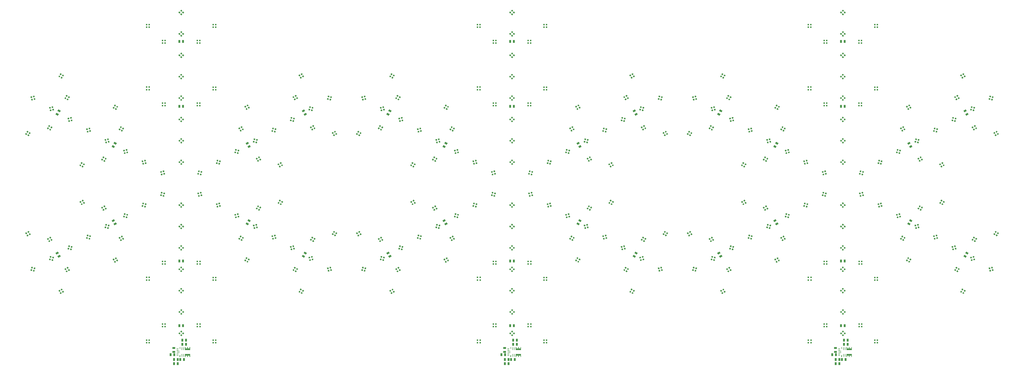
<source format=gbr>
G04 EAGLE Gerber RS-274X export*
G75*
%MOMM*%
%FSLAX34Y34*%
%LPD*%
%INSolderpaste Top*%
%IPPOS*%
%AMOC8*
5,1,8,0,0,1.08239X$1,22.5*%
G01*
%ADD10R,0.550000X0.550000*%
%ADD11R,0.550000X0.550000*%
%ADD12R,0.700000X1.000000*%
%ADD13R,1.000000X0.700000*%
%ADD14R,0.250000X1.100000*%
%ADD15R,0.250000X0.700000*%
%ADD16R,1.100000X0.250000*%
%ADD17R,0.700000X0.250000*%

G36*
X1249932Y-612501D02*
X1249932Y-612501D01*
X1249932Y-601501D01*
X1249928Y-601496D01*
X1249927Y-601496D01*
X1247427Y-601496D01*
X1247422Y-601500D01*
X1247422Y-601501D01*
X1247422Y-606496D01*
X1241432Y-606496D01*
X1241432Y-601501D01*
X1241428Y-601496D01*
X1241427Y-601496D01*
X1238927Y-601496D01*
X1238922Y-601500D01*
X1238922Y-601501D01*
X1238922Y-606496D01*
X1232932Y-606496D01*
X1232932Y-601501D01*
X1232928Y-601496D01*
X1232927Y-601496D01*
X1230427Y-601496D01*
X1230422Y-601500D01*
X1230422Y-601501D01*
X1230422Y-612501D01*
X1230426Y-612505D01*
X1230427Y-612505D01*
X1230427Y-612506D01*
X1249927Y-612506D01*
X1249932Y-612501D01*
G37*
G36*
X2466610Y-612501D02*
X2466610Y-612501D01*
X2466610Y-601501D01*
X2466606Y-601496D01*
X2466605Y-601496D01*
X2464105Y-601496D01*
X2464100Y-601500D01*
X2464100Y-601501D01*
X2464100Y-606496D01*
X2458110Y-606496D01*
X2458110Y-601501D01*
X2458106Y-601496D01*
X2458105Y-601496D01*
X2455605Y-601496D01*
X2455600Y-601500D01*
X2455600Y-601501D01*
X2455600Y-606496D01*
X2449610Y-606496D01*
X2449610Y-601501D01*
X2449606Y-601496D01*
X2449605Y-601496D01*
X2447105Y-601496D01*
X2447100Y-601500D01*
X2447100Y-601501D01*
X2447100Y-612501D01*
X2447104Y-612505D01*
X2447105Y-612505D01*
X2447105Y-612506D01*
X2466605Y-612506D01*
X2466610Y-612501D01*
G37*
G36*
X33254Y-612501D02*
X33254Y-612501D01*
X33254Y-601501D01*
X33250Y-601496D01*
X33249Y-601496D01*
X30749Y-601496D01*
X30744Y-601500D01*
X30744Y-601501D01*
X30744Y-606496D01*
X24754Y-606496D01*
X24754Y-601501D01*
X24750Y-601496D01*
X24749Y-601496D01*
X22249Y-601496D01*
X22244Y-601500D01*
X22244Y-601501D01*
X22244Y-606496D01*
X16254Y-606496D01*
X16254Y-601501D01*
X16250Y-601496D01*
X16249Y-601496D01*
X13749Y-601496D01*
X13744Y-601500D01*
X13744Y-601501D01*
X13744Y-612501D01*
X13748Y-612505D01*
X13749Y-612505D01*
X13749Y-612506D01*
X33249Y-612506D01*
X33254Y-612501D01*
G37*
G36*
X2449610Y-637501D02*
X2449610Y-637501D01*
X2449610Y-632506D01*
X2455600Y-632506D01*
X2455600Y-637501D01*
X2455604Y-637505D01*
X2455605Y-637505D01*
X2455605Y-637506D01*
X2458105Y-637506D01*
X2458110Y-637501D01*
X2458110Y-632506D01*
X2464100Y-632506D01*
X2464100Y-637501D01*
X2464104Y-637505D01*
X2464105Y-637505D01*
X2464105Y-637506D01*
X2466605Y-637506D01*
X2466610Y-637501D01*
X2466610Y-626501D01*
X2466606Y-626496D01*
X2466605Y-626496D01*
X2447105Y-626496D01*
X2447100Y-626500D01*
X2447100Y-626501D01*
X2447100Y-637501D01*
X2447104Y-637505D01*
X2447105Y-637505D01*
X2447105Y-637506D01*
X2449605Y-637506D01*
X2449610Y-637501D01*
G37*
G36*
X1232932Y-637501D02*
X1232932Y-637501D01*
X1232932Y-632506D01*
X1238922Y-632506D01*
X1238922Y-637501D01*
X1238926Y-637505D01*
X1238927Y-637505D01*
X1238927Y-637506D01*
X1241427Y-637506D01*
X1241432Y-637501D01*
X1241432Y-632506D01*
X1247422Y-632506D01*
X1247422Y-637501D01*
X1247426Y-637505D01*
X1247427Y-637505D01*
X1247427Y-637506D01*
X1249927Y-637506D01*
X1249932Y-637501D01*
X1249932Y-626501D01*
X1249928Y-626496D01*
X1249927Y-626496D01*
X1230427Y-626496D01*
X1230422Y-626500D01*
X1230422Y-626501D01*
X1230422Y-637501D01*
X1230426Y-637505D01*
X1230427Y-637505D01*
X1230427Y-637506D01*
X1232927Y-637506D01*
X1232932Y-637501D01*
G37*
G36*
X16254Y-637501D02*
X16254Y-637501D01*
X16254Y-632506D01*
X22244Y-632506D01*
X22244Y-637501D01*
X22248Y-637505D01*
X22249Y-637505D01*
X22249Y-637506D01*
X24749Y-637506D01*
X24754Y-637501D01*
X24754Y-632506D01*
X30744Y-632506D01*
X30744Y-637501D01*
X30748Y-637505D01*
X30749Y-637505D01*
X30749Y-637506D01*
X33249Y-637506D01*
X33254Y-637501D01*
X33254Y-626501D01*
X33250Y-626496D01*
X33249Y-626496D01*
X13749Y-626496D01*
X13744Y-626500D01*
X13744Y-626501D01*
X13744Y-637501D01*
X13748Y-637505D01*
X13749Y-637505D01*
X13749Y-637506D01*
X16249Y-637506D01*
X16254Y-637501D01*
G37*
G36*
X1213432Y-637501D02*
X1213432Y-637501D01*
X1213432Y-630501D01*
X1213428Y-630496D01*
X1213427Y-630496D01*
X1212177Y-630496D01*
X1212175Y-630497D01*
X1212173Y-630497D01*
X1210923Y-631747D01*
X1210923Y-631749D01*
X1210922Y-631750D01*
X1210922Y-631751D01*
X1210922Y-637501D01*
X1210926Y-637505D01*
X1210927Y-637505D01*
X1210927Y-637506D01*
X1213427Y-637506D01*
X1213432Y-637501D01*
G37*
G36*
X2430110Y-637501D02*
X2430110Y-637501D01*
X2430110Y-630501D01*
X2430106Y-630496D01*
X2430105Y-630496D01*
X2428855Y-630496D01*
X2428853Y-630497D01*
X2428851Y-630497D01*
X2427601Y-631747D01*
X2427601Y-631749D01*
X2427600Y-631750D01*
X2427600Y-631751D01*
X2427600Y-637501D01*
X2427604Y-637505D01*
X2427605Y-637505D01*
X2427605Y-637506D01*
X2430105Y-637506D01*
X2430110Y-637501D01*
G37*
G36*
X-3246Y-637501D02*
X-3246Y-637501D01*
X-3246Y-630501D01*
X-3250Y-630496D01*
X-3251Y-630496D01*
X-4501Y-630496D01*
X-4503Y-630497D01*
X-4505Y-630497D01*
X-5755Y-631747D01*
X-5755Y-631749D01*
X-5756Y-631750D01*
X-5756Y-631751D01*
X-5756Y-637501D01*
X-5752Y-637505D01*
X-5751Y-637505D01*
X-5751Y-637506D01*
X-3251Y-637506D01*
X-3246Y-637501D01*
G37*
D10*
G36*
X3889Y-308186D02*
X0Y-312075D01*
X-3889Y-308186D01*
X0Y-304297D01*
X3889Y-308186D01*
G37*
G36*
X10607Y-314903D02*
X6718Y-318792D01*
X2829Y-314903D01*
X6718Y-311014D01*
X10607Y-314903D01*
G37*
G36*
X3889Y-321621D02*
X0Y-325510D01*
X-3889Y-321621D01*
X0Y-317732D01*
X3889Y-321621D01*
G37*
G36*
X-2829Y-314903D02*
X-6718Y-318792D01*
X-10607Y-314903D01*
X-6718Y-311014D01*
X-2829Y-314903D01*
G37*
G36*
X3889Y-386926D02*
X0Y-390815D01*
X-3889Y-386926D01*
X0Y-383037D01*
X3889Y-386926D01*
G37*
G36*
X10607Y-393643D02*
X6718Y-397532D01*
X2829Y-393643D01*
X6718Y-389754D01*
X10607Y-393643D01*
G37*
G36*
X3889Y-400361D02*
X0Y-404250D01*
X-3889Y-400361D01*
X0Y-396472D01*
X3889Y-400361D01*
G37*
G36*
X-2829Y-393643D02*
X-6718Y-397532D01*
X-10607Y-393643D01*
X-6718Y-389754D01*
X-2829Y-393643D01*
G37*
G36*
X3889Y-465412D02*
X0Y-469301D01*
X-3889Y-465412D01*
X0Y-461523D01*
X3889Y-465412D01*
G37*
G36*
X10607Y-472129D02*
X6718Y-476018D01*
X2829Y-472129D01*
X6718Y-468240D01*
X10607Y-472129D01*
G37*
G36*
X3889Y-478847D02*
X0Y-482736D01*
X-3889Y-478847D01*
X0Y-474958D01*
X3889Y-478847D01*
G37*
G36*
X-2829Y-472129D02*
X-6718Y-476018D01*
X-10607Y-472129D01*
X-6718Y-468240D01*
X-2829Y-472129D01*
G37*
D11*
X-59258Y-516655D03*
X-59258Y-526155D03*
X-68758Y-526155D03*
X-68758Y-516655D03*
X-117424Y-575583D03*
X-117424Y-585083D03*
X-126924Y-585083D03*
X-126924Y-575583D03*
X59512Y-516655D03*
X69012Y-516655D03*
X69012Y-526155D03*
X59512Y-526155D03*
X117678Y-575583D03*
X127178Y-575583D03*
X127178Y-585083D03*
X117678Y-585083D03*
D12*
X-7000Y-522733D03*
X7000Y-522733D03*
D10*
G36*
X3889Y-544152D02*
X0Y-548041D01*
X-3889Y-544152D01*
X0Y-540263D01*
X3889Y-544152D01*
G37*
G36*
X10607Y-550869D02*
X6718Y-554758D01*
X2829Y-550869D01*
X6718Y-546980D01*
X10607Y-550869D01*
G37*
G36*
X3889Y-557587D02*
X0Y-561476D01*
X-3889Y-557587D01*
X0Y-553698D01*
X3889Y-557587D01*
G37*
G36*
X-2829Y-550869D02*
X-6718Y-554758D01*
X-10607Y-550869D01*
X-6718Y-546980D01*
X-2829Y-550869D01*
G37*
G36*
X3889Y-72220D02*
X0Y-76109D01*
X-3889Y-72220D01*
X0Y-68331D01*
X3889Y-72220D01*
G37*
G36*
X10607Y-78937D02*
X6718Y-82826D01*
X2829Y-78937D01*
X6718Y-75048D01*
X10607Y-78937D01*
G37*
G36*
X3889Y-85655D02*
X0Y-89544D01*
X-3889Y-85655D01*
X0Y-81766D01*
X3889Y-85655D01*
G37*
G36*
X-2829Y-78937D02*
X-6718Y-82826D01*
X-10607Y-78937D01*
X-6718Y-75048D01*
X-2829Y-78937D01*
G37*
G36*
X3889Y-150960D02*
X0Y-154849D01*
X-3889Y-150960D01*
X0Y-147071D01*
X3889Y-150960D01*
G37*
G36*
X10607Y-157677D02*
X6718Y-161566D01*
X2829Y-157677D01*
X6718Y-153788D01*
X10607Y-157677D01*
G37*
G36*
X3889Y-164395D02*
X0Y-168284D01*
X-3889Y-164395D01*
X0Y-160506D01*
X3889Y-164395D01*
G37*
G36*
X-2829Y-157677D02*
X-6718Y-161566D01*
X-10607Y-157677D01*
X-6718Y-153788D01*
X-2829Y-157677D01*
G37*
G36*
X3889Y-229446D02*
X0Y-233335D01*
X-3889Y-229446D01*
X0Y-225557D01*
X3889Y-229446D01*
G37*
G36*
X10607Y-236163D02*
X6718Y-240052D01*
X2829Y-236163D01*
X6718Y-232274D01*
X10607Y-236163D01*
G37*
G36*
X3889Y-242881D02*
X0Y-246770D01*
X-3889Y-242881D01*
X0Y-238992D01*
X3889Y-242881D01*
G37*
G36*
X-2829Y-236163D02*
X-6718Y-240052D01*
X-10607Y-236163D01*
X-6718Y-232274D01*
X-2829Y-236163D01*
G37*
D11*
X-59258Y-286531D03*
X-59258Y-296031D03*
X-68758Y-296031D03*
X-68758Y-286531D03*
X-117424Y-345205D03*
X-117424Y-354705D03*
X-126924Y-354705D03*
X-126924Y-345205D03*
X59512Y-286531D03*
X69012Y-286531D03*
X69012Y-296031D03*
X59512Y-296031D03*
D12*
X-7000Y-284443D03*
X7000Y-284443D03*
D11*
X117678Y-345459D03*
X127178Y-345459D03*
X127178Y-354959D03*
X117678Y-354959D03*
D13*
X-27101Y-604881D03*
X-27101Y-618881D03*
D12*
X3999Y-591561D03*
X17999Y-591561D03*
X3999Y-576321D03*
X17999Y-576321D03*
X-26481Y-662681D03*
X-12481Y-662681D03*
X-12481Y-647441D03*
X-26481Y-647441D03*
X-3621Y-647441D03*
X10379Y-647441D03*
X-25181Y-629661D03*
X-39181Y-629661D03*
D14*
X8499Y-632001D03*
X8499Y-607001D03*
X1999Y-632001D03*
X1999Y-607001D03*
D15*
X-4501Y-605001D03*
D16*
X-11501Y-617001D03*
X-11501Y-622001D03*
D17*
X-13501Y-612001D03*
X-13501Y-607001D03*
X-13501Y-627001D03*
X-13501Y-632001D03*
D10*
G36*
X-264953Y-157461D02*
X-270265Y-156037D01*
X-268841Y-150725D01*
X-263529Y-152149D01*
X-264953Y-157461D01*
G37*
G36*
X-267412Y-166637D02*
X-272724Y-165213D01*
X-271300Y-159901D01*
X-265988Y-161325D01*
X-267412Y-166637D01*
G37*
G36*
X-276588Y-164178D02*
X-281900Y-162754D01*
X-280476Y-157442D01*
X-275164Y-158866D01*
X-276588Y-164178D01*
G37*
G36*
X-274129Y-155002D02*
X-279441Y-153578D01*
X-278017Y-148266D01*
X-272705Y-149690D01*
X-274129Y-155002D01*
G37*
G36*
X-333144Y-196831D02*
X-338456Y-195407D01*
X-337032Y-190095D01*
X-331720Y-191519D01*
X-333144Y-196831D01*
G37*
G36*
X-335602Y-206007D02*
X-340914Y-204583D01*
X-339490Y-199271D01*
X-334178Y-200695D01*
X-335602Y-206007D01*
G37*
G36*
X-344779Y-203548D02*
X-350091Y-202124D01*
X-348667Y-196812D01*
X-343355Y-198236D01*
X-344779Y-203548D01*
G37*
G36*
X-342320Y-194372D02*
X-347632Y-192948D01*
X-346208Y-187636D01*
X-340896Y-189060D01*
X-342320Y-194372D01*
G37*
G36*
X-401115Y-236074D02*
X-406427Y-234650D01*
X-405003Y-229338D01*
X-399691Y-230762D01*
X-401115Y-236074D01*
G37*
G36*
X-403573Y-245250D02*
X-408885Y-243826D01*
X-407461Y-238514D01*
X-402149Y-239938D01*
X-403573Y-245250D01*
G37*
G36*
X-412750Y-242791D02*
X-418062Y-241367D01*
X-416638Y-236055D01*
X-411326Y-237479D01*
X-412750Y-242791D01*
G37*
G36*
X-410291Y-233615D02*
X-415603Y-232191D01*
X-414179Y-226879D01*
X-408867Y-228303D01*
X-410291Y-233615D01*
G37*
G36*
X-478072Y-210765D02*
X-480822Y-206003D01*
X-476060Y-203253D01*
X-473310Y-208015D01*
X-478072Y-210765D01*
G37*
G36*
X-486299Y-215515D02*
X-489049Y-210753D01*
X-484287Y-208003D01*
X-481537Y-212765D01*
X-486299Y-215515D01*
G37*
G36*
X-491049Y-207288D02*
X-493799Y-202526D01*
X-489037Y-199776D01*
X-486287Y-204538D01*
X-491049Y-207288D01*
G37*
G36*
X-482822Y-202538D02*
X-485572Y-197776D01*
X-480810Y-195026D01*
X-478060Y-199788D01*
X-482822Y-202538D01*
G37*
G36*
X-558188Y-189856D02*
X-560938Y-185094D01*
X-556176Y-182344D01*
X-553426Y-187106D01*
X-558188Y-189856D01*
G37*
G36*
X-566415Y-194606D02*
X-569165Y-189844D01*
X-564403Y-187094D01*
X-561653Y-191856D01*
X-566415Y-194606D01*
G37*
G36*
X-571165Y-186378D02*
X-573915Y-181616D01*
X-569153Y-178866D01*
X-566403Y-183628D01*
X-571165Y-186378D01*
G37*
G36*
X-562938Y-181628D02*
X-565688Y-176866D01*
X-560926Y-174116D01*
X-558176Y-178878D01*
X-562938Y-181628D01*
G37*
G36*
X-413925Y-310873D02*
X-418687Y-313623D01*
X-421437Y-308861D01*
X-416675Y-306111D01*
X-413925Y-310873D01*
G37*
G36*
X-409175Y-319100D02*
X-413937Y-321850D01*
X-416687Y-317088D01*
X-411925Y-314338D01*
X-409175Y-319100D01*
G37*
G36*
X-417402Y-323850D02*
X-422164Y-326600D01*
X-424914Y-321838D01*
X-420152Y-319088D01*
X-417402Y-323850D01*
G37*
G36*
X-422152Y-315623D02*
X-426914Y-318373D01*
X-429664Y-313611D01*
X-424902Y-310861D01*
X-422152Y-315623D01*
G37*
G36*
X-435875Y-390710D02*
X-440637Y-393460D01*
X-443387Y-388698D01*
X-438625Y-385948D01*
X-435875Y-390710D01*
G37*
G36*
X-431125Y-398937D02*
X-435887Y-401687D01*
X-438637Y-396925D01*
X-433875Y-394175D01*
X-431125Y-398937D01*
G37*
G36*
X-439352Y-403687D02*
X-444114Y-406437D01*
X-446864Y-401675D01*
X-442102Y-398925D01*
X-439352Y-403687D01*
G37*
G36*
X-444102Y-395460D02*
X-448864Y-398210D01*
X-451614Y-393448D01*
X-446852Y-390698D01*
X-444102Y-395460D01*
G37*
D12*
G36*
X-453620Y-249774D02*
X-450120Y-255836D01*
X-458780Y-260836D01*
X-462280Y-254774D01*
X-453620Y-249774D01*
G37*
G36*
X-446620Y-261898D02*
X-443120Y-267960D01*
X-451780Y-272960D01*
X-455280Y-266898D01*
X-446620Y-261898D01*
G37*
D10*
G36*
X-469305Y-275444D02*
X-474617Y-274020D01*
X-473193Y-268708D01*
X-467881Y-270132D01*
X-469305Y-275444D01*
G37*
G36*
X-471764Y-284620D02*
X-477076Y-283196D01*
X-475652Y-277884D01*
X-470340Y-279308D01*
X-471764Y-284620D01*
G37*
G36*
X-480940Y-282161D02*
X-486252Y-280737D01*
X-484828Y-275425D01*
X-479516Y-276849D01*
X-480940Y-282161D01*
G37*
G36*
X-478482Y-272985D02*
X-483794Y-271561D01*
X-482370Y-266249D01*
X-477058Y-267673D01*
X-478482Y-272985D01*
G37*
G36*
X-537496Y-314814D02*
X-542808Y-313390D01*
X-541384Y-308078D01*
X-536072Y-309502D01*
X-537496Y-314814D01*
G37*
G36*
X-539955Y-323990D02*
X-545267Y-322566D01*
X-543843Y-317254D01*
X-538531Y-318678D01*
X-539955Y-323990D01*
G37*
G36*
X-549131Y-321531D02*
X-554443Y-320107D01*
X-553019Y-314795D01*
X-547707Y-316219D01*
X-549131Y-321531D01*
G37*
G36*
X-546673Y-312355D02*
X-551985Y-310931D01*
X-550561Y-305619D01*
X-545249Y-307043D01*
X-546673Y-312355D01*
G37*
G36*
X-60600Y-39478D02*
X-65912Y-38054D01*
X-64488Y-32742D01*
X-59176Y-34166D01*
X-60600Y-39478D01*
G37*
G36*
X-63059Y-48654D02*
X-68371Y-47230D01*
X-66947Y-41918D01*
X-61635Y-43342D01*
X-63059Y-48654D01*
G37*
G36*
X-72235Y-46195D02*
X-77547Y-44771D01*
X-76123Y-39459D01*
X-70811Y-40883D01*
X-72235Y-46195D01*
G37*
G36*
X-69777Y-37019D02*
X-75089Y-35595D01*
X-73665Y-30283D01*
X-68353Y-31707D01*
X-69777Y-37019D01*
G37*
G36*
X-128791Y-78848D02*
X-134103Y-77424D01*
X-132679Y-72112D01*
X-127367Y-73536D01*
X-128791Y-78848D01*
G37*
G36*
X-131250Y-88024D02*
X-136562Y-86600D01*
X-135138Y-81288D01*
X-129826Y-82712D01*
X-131250Y-88024D01*
G37*
G36*
X-140426Y-85565D02*
X-145738Y-84141D01*
X-144314Y-78829D01*
X-139002Y-80253D01*
X-140426Y-85565D01*
G37*
G36*
X-137967Y-76389D02*
X-143279Y-74965D01*
X-141855Y-69653D01*
X-136543Y-71077D01*
X-137967Y-76389D01*
G37*
G36*
X-196762Y-118091D02*
X-202074Y-116667D01*
X-200650Y-111355D01*
X-195338Y-112779D01*
X-196762Y-118091D01*
G37*
G36*
X-199221Y-127267D02*
X-204533Y-125843D01*
X-203109Y-120531D01*
X-197797Y-121955D01*
X-199221Y-127267D01*
G37*
G36*
X-208397Y-124808D02*
X-213709Y-123384D01*
X-212285Y-118072D01*
X-206973Y-119496D01*
X-208397Y-124808D01*
G37*
G36*
X-205938Y-115632D02*
X-211250Y-114208D01*
X-209826Y-108896D01*
X-204514Y-110320D01*
X-205938Y-115632D01*
G37*
G36*
X-278778Y-95703D02*
X-281528Y-90941D01*
X-276766Y-88191D01*
X-274016Y-92953D01*
X-278778Y-95703D01*
G37*
G36*
X-287006Y-100453D02*
X-289756Y-95691D01*
X-284994Y-92941D01*
X-282244Y-97703D01*
X-287006Y-100453D01*
G37*
G36*
X-291756Y-92226D02*
X-294506Y-87464D01*
X-289744Y-84714D01*
X-286994Y-89476D01*
X-291756Y-92226D01*
G37*
G36*
X-283528Y-87476D02*
X-286278Y-82714D01*
X-281516Y-79964D01*
X-278766Y-84726D01*
X-283528Y-87476D01*
G37*
G36*
X-358675Y-74667D02*
X-361425Y-69905D01*
X-356663Y-67155D01*
X-353913Y-71917D01*
X-358675Y-74667D01*
G37*
G36*
X-366902Y-79417D02*
X-369652Y-74655D01*
X-364890Y-71905D01*
X-362140Y-76667D01*
X-366902Y-79417D01*
G37*
G36*
X-371652Y-71189D02*
X-374402Y-66427D01*
X-369640Y-63677D01*
X-366890Y-68439D01*
X-371652Y-71189D01*
G37*
G36*
X-363425Y-66439D02*
X-366175Y-61677D01*
X-361413Y-58927D01*
X-358663Y-63689D01*
X-363425Y-66439D01*
G37*
G36*
X-214632Y-195811D02*
X-219394Y-198561D01*
X-222144Y-193799D01*
X-217382Y-191049D01*
X-214632Y-195811D01*
G37*
G36*
X-209882Y-204038D02*
X-214644Y-206788D01*
X-217394Y-202026D01*
X-212632Y-199276D01*
X-209882Y-204038D01*
G37*
G36*
X-218109Y-208788D02*
X-222871Y-211538D01*
X-225621Y-206776D01*
X-220859Y-204026D01*
X-218109Y-208788D01*
G37*
G36*
X-222859Y-200561D02*
X-227621Y-203311D01*
X-230371Y-198549D01*
X-225609Y-195799D01*
X-222859Y-200561D01*
G37*
D12*
G36*
X-247255Y-130629D02*
X-243755Y-136691D01*
X-252415Y-141691D01*
X-255915Y-135629D01*
X-247255Y-130629D01*
G37*
G36*
X-240255Y-142753D02*
X-236755Y-148815D01*
X-245415Y-153815D01*
X-248915Y-147753D01*
X-240255Y-142753D01*
G37*
D10*
G36*
X-236582Y-275648D02*
X-241344Y-278398D01*
X-244094Y-273636D01*
X-239332Y-270886D01*
X-236582Y-275648D01*
G37*
G36*
X-231832Y-283875D02*
X-236594Y-286625D01*
X-239344Y-281863D01*
X-234582Y-279113D01*
X-231832Y-283875D01*
G37*
G36*
X-240059Y-288625D02*
X-244821Y-291375D01*
X-247571Y-286613D01*
X-242809Y-283863D01*
X-240059Y-288625D01*
G37*
G36*
X-244809Y-280398D02*
X-249571Y-283148D01*
X-252321Y-278386D01*
X-247559Y-275636D01*
X-244809Y-280398D01*
G37*
G36*
X-268841Y150725D02*
X-270265Y156037D01*
X-264953Y157461D01*
X-263529Y152149D01*
X-268841Y150725D01*
G37*
G36*
X-278017Y148266D02*
X-279441Y153578D01*
X-274129Y155002D01*
X-272705Y149690D01*
X-278017Y148266D01*
G37*
G36*
X-280476Y157442D02*
X-281900Y162754D01*
X-276588Y164178D01*
X-275164Y158866D01*
X-280476Y157442D01*
G37*
G36*
X-271300Y159901D02*
X-272724Y165213D01*
X-267412Y166637D01*
X-265988Y161325D01*
X-271300Y159901D01*
G37*
G36*
X-337032Y190095D02*
X-338456Y195407D01*
X-333144Y196831D01*
X-331720Y191519D01*
X-337032Y190095D01*
G37*
G36*
X-346208Y187636D02*
X-347632Y192948D01*
X-342320Y194372D01*
X-340896Y189060D01*
X-346208Y187636D01*
G37*
G36*
X-348667Y196812D02*
X-350091Y202124D01*
X-344779Y203548D01*
X-343355Y198236D01*
X-348667Y196812D01*
G37*
G36*
X-339490Y199271D02*
X-340914Y204583D01*
X-335602Y206007D01*
X-334178Y200695D01*
X-339490Y199271D01*
G37*
G36*
X-405003Y229338D02*
X-406427Y234650D01*
X-401115Y236074D01*
X-399691Y230762D01*
X-405003Y229338D01*
G37*
G36*
X-414179Y226879D02*
X-415603Y232191D01*
X-410291Y233615D01*
X-408867Y228303D01*
X-414179Y226879D01*
G37*
G36*
X-416638Y236055D02*
X-418062Y241367D01*
X-412750Y242791D01*
X-411326Y237479D01*
X-416638Y236055D01*
G37*
G36*
X-407461Y238514D02*
X-408885Y243826D01*
X-403573Y245250D01*
X-402149Y239938D01*
X-407461Y238514D01*
G37*
G36*
X-421564Y308641D02*
X-418814Y313403D01*
X-414052Y310653D01*
X-416802Y305891D01*
X-421564Y308641D01*
G37*
G36*
X-429791Y313391D02*
X-427041Y318153D01*
X-422279Y315403D01*
X-425029Y310641D01*
X-429791Y313391D01*
G37*
G36*
X-425041Y321618D02*
X-422291Y326380D01*
X-417529Y323630D01*
X-420279Y318868D01*
X-425041Y321618D01*
G37*
G36*
X-416814Y316868D02*
X-414064Y321630D01*
X-409302Y318880D01*
X-412052Y314118D01*
X-416814Y316868D01*
G37*
G36*
X-443514Y388478D02*
X-440764Y393240D01*
X-436002Y390490D01*
X-438752Y385728D01*
X-443514Y388478D01*
G37*
G36*
X-451741Y393228D02*
X-448991Y397990D01*
X-444229Y395240D01*
X-446979Y390478D01*
X-451741Y393228D01*
G37*
G36*
X-446991Y401455D02*
X-444241Y406217D01*
X-439479Y403467D01*
X-442229Y398705D01*
X-446991Y401455D01*
G37*
G36*
X-438764Y396705D02*
X-436014Y401467D01*
X-431252Y398717D01*
X-434002Y393955D01*
X-438764Y396705D01*
G37*
G36*
X-476187Y203033D02*
X-480949Y205783D01*
X-478199Y210545D01*
X-473437Y207795D01*
X-476187Y203033D01*
G37*
G36*
X-480937Y194806D02*
X-485699Y197556D01*
X-482949Y202318D01*
X-478187Y199568D01*
X-480937Y194806D01*
G37*
G36*
X-489164Y199556D02*
X-493926Y202306D01*
X-491176Y207068D01*
X-486414Y204318D01*
X-489164Y199556D01*
G37*
G36*
X-484414Y207783D02*
X-489176Y210533D01*
X-486426Y215295D01*
X-481664Y212545D01*
X-484414Y207783D01*
G37*
G36*
X-556303Y182124D02*
X-561065Y184874D01*
X-558315Y189636D01*
X-553553Y186886D01*
X-556303Y182124D01*
G37*
G36*
X-561053Y173896D02*
X-565815Y176646D01*
X-563065Y181408D01*
X-558303Y178658D01*
X-561053Y173896D01*
G37*
G36*
X-569280Y178646D02*
X-574042Y181396D01*
X-571292Y186158D01*
X-566530Y183408D01*
X-569280Y178646D01*
G37*
G36*
X-564530Y186874D02*
X-569292Y189624D01*
X-566542Y194386D01*
X-561780Y191636D01*
X-564530Y186874D01*
G37*
D12*
G36*
X-443120Y267960D02*
X-446620Y261898D01*
X-455280Y266898D01*
X-451780Y272960D01*
X-443120Y267960D01*
G37*
G36*
X-450120Y255836D02*
X-453620Y249774D01*
X-462280Y254774D01*
X-458780Y260836D01*
X-450120Y255836D01*
G37*
D10*
G36*
X-473193Y268708D02*
X-474617Y274020D01*
X-469305Y275444D01*
X-467881Y270132D01*
X-473193Y268708D01*
G37*
G36*
X-482370Y266249D02*
X-483794Y271561D01*
X-478482Y272985D01*
X-477058Y267673D01*
X-482370Y266249D01*
G37*
G36*
X-484828Y275425D02*
X-486252Y280737D01*
X-480940Y282161D01*
X-479516Y276849D01*
X-484828Y275425D01*
G37*
G36*
X-475652Y277884D02*
X-477076Y283196D01*
X-471764Y284620D01*
X-470340Y279308D01*
X-475652Y277884D01*
G37*
G36*
X-541384Y308078D02*
X-542808Y313390D01*
X-537496Y314814D01*
X-536072Y309502D01*
X-541384Y308078D01*
G37*
G36*
X-550561Y305619D02*
X-551985Y310931D01*
X-546673Y312355D01*
X-545249Y307043D01*
X-550561Y305619D01*
G37*
G36*
X-553019Y314795D02*
X-554443Y320107D01*
X-549131Y321531D01*
X-547707Y316219D01*
X-553019Y314795D01*
G37*
G36*
X-543843Y317254D02*
X-545267Y322566D01*
X-539955Y323990D01*
X-538531Y318678D01*
X-543843Y317254D01*
G37*
G36*
X-64488Y32742D02*
X-65912Y38054D01*
X-60600Y39478D01*
X-59176Y34166D01*
X-64488Y32742D01*
G37*
G36*
X-73665Y30283D02*
X-75089Y35595D01*
X-69777Y37019D01*
X-68353Y31707D01*
X-73665Y30283D01*
G37*
G36*
X-76123Y39459D02*
X-77547Y44771D01*
X-72235Y46195D01*
X-70811Y40883D01*
X-76123Y39459D01*
G37*
G36*
X-66947Y41918D02*
X-68371Y47230D01*
X-63059Y48654D01*
X-61635Y43342D01*
X-66947Y41918D01*
G37*
G36*
X-132679Y72112D02*
X-134103Y77424D01*
X-128791Y78848D01*
X-127367Y73536D01*
X-132679Y72112D01*
G37*
G36*
X-141855Y69653D02*
X-143279Y74965D01*
X-137967Y76389D01*
X-136543Y71077D01*
X-141855Y69653D01*
G37*
G36*
X-144314Y78829D02*
X-145738Y84141D01*
X-140426Y85565D01*
X-139002Y80253D01*
X-144314Y78829D01*
G37*
G36*
X-135138Y81288D02*
X-136562Y86600D01*
X-131250Y88024D01*
X-129826Y82712D01*
X-135138Y81288D01*
G37*
G36*
X-200650Y111355D02*
X-202074Y116667D01*
X-196762Y118091D01*
X-195338Y112779D01*
X-200650Y111355D01*
G37*
G36*
X-209826Y108896D02*
X-211250Y114208D01*
X-205938Y115632D01*
X-204514Y110320D01*
X-209826Y108896D01*
G37*
G36*
X-212285Y118072D02*
X-213709Y123384D01*
X-208397Y124808D01*
X-206973Y119496D01*
X-212285Y118072D01*
G37*
G36*
X-203109Y120531D02*
X-204533Y125843D01*
X-199221Y127267D01*
X-197797Y121955D01*
X-203109Y120531D01*
G37*
G36*
X-222271Y193579D02*
X-219521Y198341D01*
X-214759Y195591D01*
X-217509Y190829D01*
X-222271Y193579D01*
G37*
G36*
X-230498Y198329D02*
X-227748Y203091D01*
X-222986Y200341D01*
X-225736Y195579D01*
X-230498Y198329D01*
G37*
G36*
X-225748Y206556D02*
X-222998Y211318D01*
X-218236Y208568D01*
X-220986Y203806D01*
X-225748Y206556D01*
G37*
G36*
X-217521Y201806D02*
X-214771Y206568D01*
X-210009Y203818D01*
X-212759Y199056D01*
X-217521Y201806D01*
G37*
G36*
X-244001Y273289D02*
X-241251Y278051D01*
X-236489Y275301D01*
X-239239Y270539D01*
X-244001Y273289D01*
G37*
G36*
X-252228Y278039D02*
X-249478Y282801D01*
X-244716Y280051D01*
X-247466Y275289D01*
X-252228Y278039D01*
G37*
G36*
X-247478Y286266D02*
X-244728Y291028D01*
X-239966Y288278D01*
X-242716Y283516D01*
X-247478Y286266D01*
G37*
G36*
X-239251Y281516D02*
X-236501Y286278D01*
X-231739Y283528D01*
X-234489Y278766D01*
X-239251Y281516D01*
G37*
G36*
X-276893Y87971D02*
X-281655Y90721D01*
X-278905Y95483D01*
X-274143Y92733D01*
X-276893Y87971D01*
G37*
G36*
X-281643Y79744D02*
X-286405Y82494D01*
X-283655Y87256D01*
X-278893Y84506D01*
X-281643Y79744D01*
G37*
G36*
X-289871Y84494D02*
X-294633Y87244D01*
X-291883Y92006D01*
X-287121Y89256D01*
X-289871Y84494D01*
G37*
G36*
X-285121Y92721D02*
X-289883Y95471D01*
X-287133Y100233D01*
X-282371Y97483D01*
X-285121Y92721D01*
G37*
D12*
G36*
X-236755Y148815D02*
X-240255Y142753D01*
X-248915Y147753D01*
X-245415Y153815D01*
X-236755Y148815D01*
G37*
G36*
X-243755Y136691D02*
X-247255Y130629D01*
X-255915Y135629D01*
X-252415Y141691D01*
X-243755Y136691D01*
G37*
D10*
G36*
X-357010Y67062D02*
X-361772Y69812D01*
X-359022Y74574D01*
X-354260Y71824D01*
X-357010Y67062D01*
G37*
G36*
X-361760Y58834D02*
X-366522Y61584D01*
X-363772Y66346D01*
X-359010Y63596D01*
X-361760Y58834D01*
G37*
G36*
X-369987Y63584D02*
X-374749Y66334D01*
X-371999Y71096D01*
X-367237Y68346D01*
X-369987Y63584D01*
G37*
G36*
X-365237Y71812D02*
X-369999Y74562D01*
X-367249Y79324D01*
X-362487Y76574D01*
X-365237Y71812D01*
G37*
G36*
X-3889Y308186D02*
X0Y312075D01*
X3889Y308186D01*
X0Y304297D01*
X-3889Y308186D01*
G37*
G36*
X-10607Y314903D02*
X-6718Y318792D01*
X-2829Y314903D01*
X-6718Y311014D01*
X-10607Y314903D01*
G37*
G36*
X-3889Y321621D02*
X0Y325510D01*
X3889Y321621D01*
X0Y317732D01*
X-3889Y321621D01*
G37*
G36*
X2829Y314903D02*
X6718Y318792D01*
X10607Y314903D01*
X6718Y311014D01*
X2829Y314903D01*
G37*
G36*
X-3889Y386926D02*
X0Y390815D01*
X3889Y386926D01*
X0Y383037D01*
X-3889Y386926D01*
G37*
G36*
X-10607Y393643D02*
X-6718Y397532D01*
X-2829Y393643D01*
X-6718Y389754D01*
X-10607Y393643D01*
G37*
G36*
X-3889Y400361D02*
X0Y404250D01*
X3889Y400361D01*
X0Y396472D01*
X-3889Y400361D01*
G37*
G36*
X2829Y393643D02*
X6718Y397532D01*
X10607Y393643D01*
X6718Y389754D01*
X2829Y393643D01*
G37*
G36*
X-3889Y465412D02*
X0Y469301D01*
X3889Y465412D01*
X0Y461523D01*
X-3889Y465412D01*
G37*
G36*
X-10607Y472129D02*
X-6718Y476018D01*
X-2829Y472129D01*
X-6718Y468240D01*
X-10607Y472129D01*
G37*
G36*
X-3889Y478847D02*
X0Y482736D01*
X3889Y478847D01*
X0Y474958D01*
X-3889Y478847D01*
G37*
G36*
X2829Y472129D02*
X6718Y476018D01*
X10607Y472129D01*
X6718Y468240D01*
X2829Y472129D01*
G37*
D11*
X59258Y516655D03*
X59258Y526155D03*
X68758Y526155D03*
X68758Y516655D03*
X117424Y575583D03*
X117424Y585083D03*
X126924Y585083D03*
X126924Y575583D03*
X-59512Y516655D03*
X-69012Y516655D03*
X-69012Y526155D03*
X-59512Y526155D03*
X-117678Y575583D03*
X-127178Y575583D03*
X-127178Y585083D03*
X-117678Y585083D03*
D12*
X7000Y522733D03*
X-7000Y522733D03*
D10*
G36*
X-3889Y544152D02*
X0Y548041D01*
X3889Y544152D01*
X0Y540263D01*
X-3889Y544152D01*
G37*
G36*
X-10607Y550869D02*
X-6718Y554758D01*
X-2829Y550869D01*
X-6718Y546980D01*
X-10607Y550869D01*
G37*
G36*
X-3889Y557587D02*
X0Y561476D01*
X3889Y557587D01*
X0Y553698D01*
X-3889Y557587D01*
G37*
G36*
X2829Y550869D02*
X6718Y554758D01*
X10607Y550869D01*
X6718Y546980D01*
X2829Y550869D01*
G37*
G36*
X-3889Y622892D02*
X0Y626781D01*
X3889Y622892D01*
X0Y619003D01*
X-3889Y622892D01*
G37*
G36*
X-10607Y629609D02*
X-6718Y633498D01*
X-2829Y629609D01*
X-6718Y625720D01*
X-10607Y629609D01*
G37*
G36*
X-3889Y636327D02*
X0Y640216D01*
X3889Y636327D01*
X0Y632438D01*
X-3889Y636327D01*
G37*
G36*
X2829Y629609D02*
X6718Y633498D01*
X10607Y629609D01*
X6718Y625720D01*
X2829Y629609D01*
G37*
G36*
X-3889Y72220D02*
X0Y76109D01*
X3889Y72220D01*
X0Y68331D01*
X-3889Y72220D01*
G37*
G36*
X-10607Y78937D02*
X-6718Y82826D01*
X-2829Y78937D01*
X-6718Y75048D01*
X-10607Y78937D01*
G37*
G36*
X-3889Y85655D02*
X0Y89544D01*
X3889Y85655D01*
X0Y81766D01*
X-3889Y85655D01*
G37*
G36*
X2829Y78937D02*
X6718Y82826D01*
X10607Y78937D01*
X6718Y75048D01*
X2829Y78937D01*
G37*
G36*
X-3889Y150960D02*
X0Y154849D01*
X3889Y150960D01*
X0Y147071D01*
X-3889Y150960D01*
G37*
G36*
X-10607Y157677D02*
X-6718Y161566D01*
X-2829Y157677D01*
X-6718Y153788D01*
X-10607Y157677D01*
G37*
G36*
X-3889Y164395D02*
X0Y168284D01*
X3889Y164395D01*
X0Y160506D01*
X-3889Y164395D01*
G37*
G36*
X2829Y157677D02*
X6718Y161566D01*
X10607Y157677D01*
X6718Y153788D01*
X2829Y157677D01*
G37*
G36*
X-3889Y229446D02*
X0Y233335D01*
X3889Y229446D01*
X0Y225557D01*
X-3889Y229446D01*
G37*
G36*
X-10607Y236163D02*
X-6718Y240052D01*
X-2829Y236163D01*
X-6718Y232274D01*
X-10607Y236163D01*
G37*
G36*
X-3889Y242881D02*
X0Y246770D01*
X3889Y242881D01*
X0Y238992D01*
X-3889Y242881D01*
G37*
G36*
X2829Y236163D02*
X6718Y240052D01*
X10607Y236163D01*
X6718Y232274D01*
X2829Y236163D01*
G37*
D11*
X59258Y286531D03*
X59258Y296031D03*
X68758Y296031D03*
X68758Y286531D03*
X117424Y345205D03*
X117424Y354705D03*
X126924Y354705D03*
X126924Y345205D03*
X-59512Y286531D03*
X-69012Y286531D03*
X-69012Y296031D03*
X-59512Y296031D03*
D12*
X7000Y284443D03*
X-7000Y284443D03*
D11*
X-117678Y345459D03*
X-127178Y345459D03*
X-127178Y354959D03*
X-117678Y354959D03*
D10*
G36*
X264953Y157461D02*
X270265Y156037D01*
X268841Y150725D01*
X263529Y152149D01*
X264953Y157461D01*
G37*
G36*
X267412Y166637D02*
X272724Y165213D01*
X271300Y159901D01*
X265988Y161325D01*
X267412Y166637D01*
G37*
G36*
X276588Y164178D02*
X281900Y162754D01*
X280476Y157442D01*
X275164Y158866D01*
X276588Y164178D01*
G37*
G36*
X274129Y155002D02*
X279441Y153578D01*
X278017Y148266D01*
X272705Y149690D01*
X274129Y155002D01*
G37*
G36*
X333144Y196831D02*
X338456Y195407D01*
X337032Y190095D01*
X331720Y191519D01*
X333144Y196831D01*
G37*
G36*
X335602Y206007D02*
X340914Y204583D01*
X339490Y199271D01*
X334178Y200695D01*
X335602Y206007D01*
G37*
G36*
X344779Y203548D02*
X350091Y202124D01*
X348667Y196812D01*
X343355Y198236D01*
X344779Y203548D01*
G37*
G36*
X342320Y194372D02*
X347632Y192948D01*
X346208Y187636D01*
X340896Y189060D01*
X342320Y194372D01*
G37*
G36*
X401115Y236074D02*
X406427Y234650D01*
X405003Y229338D01*
X399691Y230762D01*
X401115Y236074D01*
G37*
G36*
X403573Y245250D02*
X408885Y243826D01*
X407461Y238514D01*
X402149Y239938D01*
X403573Y245250D01*
G37*
G36*
X412750Y242791D02*
X418062Y241367D01*
X416638Y236055D01*
X411326Y237479D01*
X412750Y242791D01*
G37*
G36*
X410291Y233615D02*
X415603Y232191D01*
X414179Y226879D01*
X408867Y228303D01*
X410291Y233615D01*
G37*
G36*
X478072Y210765D02*
X480822Y206003D01*
X476060Y203253D01*
X473310Y208015D01*
X478072Y210765D01*
G37*
G36*
X486299Y215515D02*
X489049Y210753D01*
X484287Y208003D01*
X481537Y212765D01*
X486299Y215515D01*
G37*
G36*
X491049Y207288D02*
X493799Y202526D01*
X489037Y199776D01*
X486287Y204538D01*
X491049Y207288D01*
G37*
G36*
X482822Y202538D02*
X485572Y197776D01*
X480810Y195026D01*
X478060Y199788D01*
X482822Y202538D01*
G37*
G36*
X558188Y189856D02*
X560938Y185094D01*
X556176Y182344D01*
X553426Y187106D01*
X558188Y189856D01*
G37*
G36*
X566415Y194606D02*
X569165Y189844D01*
X564403Y187094D01*
X561653Y191856D01*
X566415Y194606D01*
G37*
G36*
X571165Y186378D02*
X573915Y181616D01*
X569153Y178866D01*
X566403Y183628D01*
X571165Y186378D01*
G37*
G36*
X562938Y181628D02*
X565688Y176866D01*
X560926Y174116D01*
X558176Y178878D01*
X562938Y181628D01*
G37*
G36*
X413925Y310873D02*
X418687Y313623D01*
X421437Y308861D01*
X416675Y306111D01*
X413925Y310873D01*
G37*
G36*
X409175Y319100D02*
X413937Y321850D01*
X416687Y317088D01*
X411925Y314338D01*
X409175Y319100D01*
G37*
G36*
X417402Y323850D02*
X422164Y326600D01*
X424914Y321838D01*
X420152Y319088D01*
X417402Y323850D01*
G37*
G36*
X422152Y315623D02*
X426914Y318373D01*
X429664Y313611D01*
X424902Y310861D01*
X422152Y315623D01*
G37*
G36*
X435875Y390710D02*
X440637Y393460D01*
X443387Y388698D01*
X438625Y385948D01*
X435875Y390710D01*
G37*
G36*
X431125Y398937D02*
X435887Y401687D01*
X438637Y396925D01*
X433875Y394175D01*
X431125Y398937D01*
G37*
G36*
X439352Y403687D02*
X444114Y406437D01*
X446864Y401675D01*
X442102Y398925D01*
X439352Y403687D01*
G37*
G36*
X444102Y395460D02*
X448864Y398210D01*
X451614Y393448D01*
X446852Y390698D01*
X444102Y395460D01*
G37*
D12*
G36*
X453620Y249774D02*
X450120Y255836D01*
X458780Y260836D01*
X462280Y254774D01*
X453620Y249774D01*
G37*
G36*
X446620Y261898D02*
X443120Y267960D01*
X451780Y272960D01*
X455280Y266898D01*
X446620Y261898D01*
G37*
D10*
G36*
X469305Y275444D02*
X474617Y274020D01*
X473193Y268708D01*
X467881Y270132D01*
X469305Y275444D01*
G37*
G36*
X471764Y284620D02*
X477076Y283196D01*
X475652Y277884D01*
X470340Y279308D01*
X471764Y284620D01*
G37*
G36*
X480941Y282161D02*
X486253Y280737D01*
X484829Y275425D01*
X479517Y276849D01*
X480941Y282161D01*
G37*
G36*
X478482Y272985D02*
X483794Y271561D01*
X482370Y266249D01*
X477058Y267673D01*
X478482Y272985D01*
G37*
G36*
X537496Y314814D02*
X542808Y313390D01*
X541384Y308078D01*
X536072Y309502D01*
X537496Y314814D01*
G37*
G36*
X539955Y323990D02*
X545267Y322566D01*
X543843Y317254D01*
X538531Y318678D01*
X539955Y323990D01*
G37*
G36*
X549131Y321531D02*
X554443Y320107D01*
X553019Y314795D01*
X547707Y316219D01*
X549131Y321531D01*
G37*
G36*
X546673Y312355D02*
X551985Y310931D01*
X550561Y305619D01*
X545249Y307043D01*
X546673Y312355D01*
G37*
G36*
X60600Y39478D02*
X65912Y38054D01*
X64488Y32742D01*
X59176Y34166D01*
X60600Y39478D01*
G37*
G36*
X63059Y48654D02*
X68371Y47230D01*
X66947Y41918D01*
X61635Y43342D01*
X63059Y48654D01*
G37*
G36*
X72235Y46195D02*
X77547Y44771D01*
X76123Y39459D01*
X70811Y40883D01*
X72235Y46195D01*
G37*
G36*
X69777Y37019D02*
X75089Y35595D01*
X73665Y30283D01*
X68353Y31707D01*
X69777Y37019D01*
G37*
G36*
X128791Y78848D02*
X134103Y77424D01*
X132679Y72112D01*
X127367Y73536D01*
X128791Y78848D01*
G37*
G36*
X131250Y88024D02*
X136562Y86600D01*
X135138Y81288D01*
X129826Y82712D01*
X131250Y88024D01*
G37*
G36*
X140426Y85565D02*
X145738Y84141D01*
X144314Y78829D01*
X139002Y80253D01*
X140426Y85565D01*
G37*
G36*
X137967Y76389D02*
X143279Y74965D01*
X141855Y69653D01*
X136543Y71077D01*
X137967Y76389D01*
G37*
G36*
X196762Y118091D02*
X202074Y116667D01*
X200650Y111355D01*
X195338Y112779D01*
X196762Y118091D01*
G37*
G36*
X199221Y127267D02*
X204533Y125843D01*
X203109Y120531D01*
X197797Y121955D01*
X199221Y127267D01*
G37*
G36*
X208397Y124808D02*
X213709Y123384D01*
X212285Y118072D01*
X206973Y119496D01*
X208397Y124808D01*
G37*
G36*
X205938Y115632D02*
X211250Y114208D01*
X209826Y108896D01*
X204514Y110320D01*
X205938Y115632D01*
G37*
G36*
X278779Y95703D02*
X281529Y90941D01*
X276767Y88191D01*
X274017Y92953D01*
X278779Y95703D01*
G37*
G36*
X287006Y100453D02*
X289756Y95691D01*
X284994Y92941D01*
X282244Y97703D01*
X287006Y100453D01*
G37*
G36*
X291756Y92226D02*
X294506Y87464D01*
X289744Y84714D01*
X286994Y89476D01*
X291756Y92226D01*
G37*
G36*
X283529Y87476D02*
X286279Y82714D01*
X281517Y79964D01*
X278767Y84726D01*
X283529Y87476D01*
G37*
G36*
X358675Y74667D02*
X361425Y69905D01*
X356663Y67155D01*
X353913Y71917D01*
X358675Y74667D01*
G37*
G36*
X366902Y79417D02*
X369652Y74655D01*
X364890Y71905D01*
X362140Y76667D01*
X366902Y79417D01*
G37*
G36*
X371652Y71189D02*
X374402Y66427D01*
X369640Y63677D01*
X366890Y68439D01*
X371652Y71189D01*
G37*
G36*
X363425Y66439D02*
X366175Y61677D01*
X361413Y58927D01*
X358663Y63689D01*
X363425Y66439D01*
G37*
G36*
X214632Y195811D02*
X219394Y198561D01*
X222144Y193799D01*
X217382Y191049D01*
X214632Y195811D01*
G37*
G36*
X209882Y204038D02*
X214644Y206788D01*
X217394Y202026D01*
X212632Y199276D01*
X209882Y204038D01*
G37*
G36*
X218109Y208788D02*
X222871Y211538D01*
X225621Y206776D01*
X220859Y204026D01*
X218109Y208788D01*
G37*
G36*
X222859Y200561D02*
X227621Y203311D01*
X230371Y198549D01*
X225609Y195799D01*
X222859Y200561D01*
G37*
D12*
G36*
X247255Y130629D02*
X243755Y136691D01*
X252415Y141691D01*
X255915Y135629D01*
X247255Y130629D01*
G37*
G36*
X240255Y142753D02*
X236755Y148815D01*
X245415Y153815D01*
X248915Y147753D01*
X240255Y142753D01*
G37*
D10*
G36*
X236582Y275648D02*
X241344Y278398D01*
X244094Y273636D01*
X239332Y270886D01*
X236582Y275648D01*
G37*
G36*
X231832Y283875D02*
X236594Y286625D01*
X239344Y281863D01*
X234582Y279113D01*
X231832Y283875D01*
G37*
G36*
X240059Y288625D02*
X244821Y291375D01*
X247571Y286613D01*
X242809Y283863D01*
X240059Y288625D01*
G37*
G36*
X244809Y280398D02*
X249571Y283148D01*
X252321Y278386D01*
X247559Y275636D01*
X244809Y280398D01*
G37*
G36*
X268841Y-150725D02*
X270265Y-156037D01*
X264953Y-157461D01*
X263529Y-152149D01*
X268841Y-150725D01*
G37*
G36*
X278017Y-148266D02*
X279441Y-153578D01*
X274129Y-155002D01*
X272705Y-149690D01*
X278017Y-148266D01*
G37*
G36*
X280476Y-157443D02*
X281900Y-162755D01*
X276588Y-164179D01*
X275164Y-158867D01*
X280476Y-157443D01*
G37*
G36*
X271300Y-159901D02*
X272724Y-165213D01*
X267412Y-166637D01*
X265988Y-161325D01*
X271300Y-159901D01*
G37*
G36*
X337032Y-190095D02*
X338456Y-195407D01*
X333144Y-196831D01*
X331720Y-191519D01*
X337032Y-190095D01*
G37*
G36*
X346208Y-187636D02*
X347632Y-192948D01*
X342320Y-194372D01*
X340896Y-189060D01*
X346208Y-187636D01*
G37*
G36*
X348667Y-196813D02*
X350091Y-202125D01*
X344779Y-203549D01*
X343355Y-198237D01*
X348667Y-196813D01*
G37*
G36*
X339490Y-199271D02*
X340914Y-204583D01*
X335602Y-206007D01*
X334178Y-200695D01*
X339490Y-199271D01*
G37*
G36*
X405003Y-229338D02*
X406427Y-234650D01*
X401115Y-236074D01*
X399691Y-230762D01*
X405003Y-229338D01*
G37*
G36*
X414179Y-226879D02*
X415603Y-232191D01*
X410291Y-233615D01*
X408867Y-228303D01*
X414179Y-226879D01*
G37*
G36*
X416638Y-236056D02*
X418062Y-241368D01*
X412750Y-242792D01*
X411326Y-237480D01*
X416638Y-236056D01*
G37*
G36*
X407461Y-238514D02*
X408885Y-243826D01*
X403573Y-245250D01*
X402149Y-239938D01*
X407461Y-238514D01*
G37*
G36*
X421564Y-308641D02*
X418814Y-313403D01*
X414052Y-310653D01*
X416802Y-305891D01*
X421564Y-308641D01*
G37*
G36*
X429791Y-313391D02*
X427041Y-318153D01*
X422279Y-315403D01*
X425029Y-310641D01*
X429791Y-313391D01*
G37*
G36*
X425041Y-321618D02*
X422291Y-326380D01*
X417529Y-323630D01*
X420279Y-318868D01*
X425041Y-321618D01*
G37*
G36*
X416814Y-316868D02*
X414064Y-321630D01*
X409302Y-318880D01*
X412052Y-314118D01*
X416814Y-316868D01*
G37*
G36*
X443514Y-388478D02*
X440764Y-393240D01*
X436002Y-390490D01*
X438752Y-385728D01*
X443514Y-388478D01*
G37*
G36*
X451741Y-393228D02*
X448991Y-397990D01*
X444229Y-395240D01*
X446979Y-390478D01*
X451741Y-393228D01*
G37*
G36*
X446991Y-401455D02*
X444241Y-406217D01*
X439479Y-403467D01*
X442229Y-398705D01*
X446991Y-401455D01*
G37*
G36*
X438764Y-396705D02*
X436014Y-401467D01*
X431252Y-398717D01*
X434002Y-393955D01*
X438764Y-396705D01*
G37*
G36*
X476187Y-203033D02*
X480949Y-205783D01*
X478199Y-210545D01*
X473437Y-207795D01*
X476187Y-203033D01*
G37*
G36*
X480937Y-194806D02*
X485699Y-197556D01*
X482949Y-202318D01*
X478187Y-199568D01*
X480937Y-194806D01*
G37*
G36*
X489164Y-199556D02*
X493926Y-202306D01*
X491176Y-207068D01*
X486414Y-204318D01*
X489164Y-199556D01*
G37*
G36*
X484414Y-207783D02*
X489176Y-210533D01*
X486426Y-215295D01*
X481664Y-212545D01*
X484414Y-207783D01*
G37*
G36*
X556303Y-182124D02*
X561065Y-184874D01*
X558315Y-189636D01*
X553553Y-186886D01*
X556303Y-182124D01*
G37*
G36*
X561053Y-173896D02*
X565815Y-176646D01*
X563065Y-181408D01*
X558303Y-178658D01*
X561053Y-173896D01*
G37*
G36*
X569280Y-178646D02*
X574042Y-181396D01*
X571292Y-186158D01*
X566530Y-183408D01*
X569280Y-178646D01*
G37*
G36*
X564530Y-186874D02*
X569292Y-189624D01*
X566542Y-194386D01*
X561780Y-191636D01*
X564530Y-186874D01*
G37*
D12*
G36*
X443120Y-267960D02*
X446620Y-261898D01*
X455280Y-266898D01*
X451780Y-272960D01*
X443120Y-267960D01*
G37*
G36*
X450120Y-255836D02*
X453620Y-249774D01*
X462280Y-254774D01*
X458780Y-260836D01*
X450120Y-255836D01*
G37*
D10*
G36*
X473193Y-268708D02*
X474617Y-274020D01*
X469305Y-275444D01*
X467881Y-270132D01*
X473193Y-268708D01*
G37*
G36*
X482370Y-266249D02*
X483794Y-271561D01*
X478482Y-272985D01*
X477058Y-267673D01*
X482370Y-266249D01*
G37*
G36*
X484829Y-275426D02*
X486253Y-280738D01*
X480941Y-282162D01*
X479517Y-276850D01*
X484829Y-275426D01*
G37*
G36*
X475652Y-277884D02*
X477076Y-283196D01*
X471764Y-284620D01*
X470340Y-279308D01*
X475652Y-277884D01*
G37*
G36*
X541384Y-308078D02*
X542808Y-313390D01*
X537496Y-314814D01*
X536072Y-309502D01*
X541384Y-308078D01*
G37*
G36*
X550561Y-305619D02*
X551985Y-310931D01*
X546673Y-312355D01*
X545249Y-307043D01*
X550561Y-305619D01*
G37*
G36*
X553019Y-314796D02*
X554443Y-320108D01*
X549131Y-321532D01*
X547707Y-316220D01*
X553019Y-314796D01*
G37*
G36*
X543843Y-317254D02*
X545267Y-322566D01*
X539955Y-323990D01*
X538531Y-318678D01*
X543843Y-317254D01*
G37*
G36*
X64488Y-32742D02*
X65912Y-38054D01*
X60600Y-39478D01*
X59176Y-34166D01*
X64488Y-32742D01*
G37*
G36*
X73665Y-30283D02*
X75089Y-35595D01*
X69777Y-37019D01*
X68353Y-31707D01*
X73665Y-30283D01*
G37*
G36*
X76123Y-39460D02*
X77547Y-44772D01*
X72235Y-46196D01*
X70811Y-40884D01*
X76123Y-39460D01*
G37*
G36*
X66947Y-41918D02*
X68371Y-47230D01*
X63059Y-48654D01*
X61635Y-43342D01*
X66947Y-41918D01*
G37*
G36*
X132679Y-72112D02*
X134103Y-77424D01*
X128791Y-78848D01*
X127367Y-73536D01*
X132679Y-72112D01*
G37*
G36*
X141855Y-69653D02*
X143279Y-74965D01*
X137967Y-76389D01*
X136543Y-71077D01*
X141855Y-69653D01*
G37*
G36*
X144314Y-78830D02*
X145738Y-84142D01*
X140426Y-85566D01*
X139002Y-80254D01*
X144314Y-78830D01*
G37*
G36*
X135138Y-81288D02*
X136562Y-86600D01*
X131250Y-88024D01*
X129826Y-82712D01*
X135138Y-81288D01*
G37*
G36*
X200650Y-111355D02*
X202074Y-116667D01*
X196762Y-118091D01*
X195338Y-112779D01*
X200650Y-111355D01*
G37*
G36*
X209826Y-108896D02*
X211250Y-114208D01*
X205938Y-115632D01*
X204514Y-110320D01*
X209826Y-108896D01*
G37*
G36*
X212285Y-118073D02*
X213709Y-123385D01*
X208397Y-124809D01*
X206973Y-119497D01*
X212285Y-118073D01*
G37*
G36*
X203109Y-120531D02*
X204533Y-125843D01*
X199221Y-127267D01*
X197797Y-121955D01*
X203109Y-120531D01*
G37*
G36*
X222271Y-193579D02*
X219521Y-198341D01*
X214759Y-195591D01*
X217509Y-190829D01*
X222271Y-193579D01*
G37*
G36*
X230498Y-198329D02*
X227748Y-203091D01*
X222986Y-200341D01*
X225736Y-195579D01*
X230498Y-198329D01*
G37*
G36*
X225748Y-206556D02*
X222998Y-211318D01*
X218236Y-208568D01*
X220986Y-203806D01*
X225748Y-206556D01*
G37*
G36*
X217521Y-201806D02*
X214771Y-206568D01*
X210009Y-203818D01*
X212759Y-199056D01*
X217521Y-201806D01*
G37*
G36*
X244001Y-273289D02*
X241251Y-278051D01*
X236489Y-275301D01*
X239239Y-270539D01*
X244001Y-273289D01*
G37*
G36*
X252228Y-278039D02*
X249478Y-282801D01*
X244716Y-280051D01*
X247466Y-275289D01*
X252228Y-278039D01*
G37*
G36*
X247478Y-286266D02*
X244728Y-291028D01*
X239966Y-288278D01*
X242716Y-283516D01*
X247478Y-286266D01*
G37*
G36*
X239251Y-281516D02*
X236501Y-286278D01*
X231739Y-283528D01*
X234489Y-278766D01*
X239251Y-281516D01*
G37*
G36*
X276894Y-87971D02*
X281656Y-90721D01*
X278906Y-95483D01*
X274144Y-92733D01*
X276894Y-87971D01*
G37*
G36*
X281644Y-79744D02*
X286406Y-82494D01*
X283656Y-87256D01*
X278894Y-84506D01*
X281644Y-79744D01*
G37*
G36*
X289871Y-84494D02*
X294633Y-87244D01*
X291883Y-92006D01*
X287121Y-89256D01*
X289871Y-84494D01*
G37*
G36*
X285121Y-92721D02*
X289883Y-95471D01*
X287133Y-100233D01*
X282371Y-97483D01*
X285121Y-92721D01*
G37*
D12*
G36*
X236755Y-148815D02*
X240255Y-142753D01*
X248915Y-147753D01*
X245415Y-153815D01*
X236755Y-148815D01*
G37*
G36*
X243755Y-136691D02*
X247255Y-130629D01*
X255915Y-135629D01*
X252415Y-141691D01*
X243755Y-136691D01*
G37*
D10*
G36*
X357010Y-67062D02*
X361772Y-69812D01*
X359022Y-74574D01*
X354260Y-71824D01*
X357010Y-67062D01*
G37*
G36*
X361760Y-58834D02*
X366522Y-61584D01*
X363772Y-66346D01*
X359010Y-63596D01*
X361760Y-58834D01*
G37*
G36*
X369987Y-63584D02*
X374749Y-66334D01*
X371999Y-71096D01*
X367237Y-68346D01*
X369987Y-63584D01*
G37*
G36*
X365237Y-71812D02*
X369999Y-74562D01*
X367249Y-79324D01*
X362487Y-76574D01*
X365237Y-71812D01*
G37*
G36*
X1220567Y-308186D02*
X1216678Y-312075D01*
X1212789Y-308186D01*
X1216678Y-304297D01*
X1220567Y-308186D01*
G37*
G36*
X1227285Y-314903D02*
X1223396Y-318792D01*
X1219507Y-314903D01*
X1223396Y-311014D01*
X1227285Y-314903D01*
G37*
G36*
X1220567Y-321621D02*
X1216678Y-325510D01*
X1212789Y-321621D01*
X1216678Y-317732D01*
X1220567Y-321621D01*
G37*
G36*
X1213849Y-314903D02*
X1209960Y-318792D01*
X1206071Y-314903D01*
X1209960Y-311014D01*
X1213849Y-314903D01*
G37*
G36*
X1220567Y-386926D02*
X1216678Y-390815D01*
X1212789Y-386926D01*
X1216678Y-383037D01*
X1220567Y-386926D01*
G37*
G36*
X1227285Y-393643D02*
X1223396Y-397532D01*
X1219507Y-393643D01*
X1223396Y-389754D01*
X1227285Y-393643D01*
G37*
G36*
X1220567Y-400361D02*
X1216678Y-404250D01*
X1212789Y-400361D01*
X1216678Y-396472D01*
X1220567Y-400361D01*
G37*
G36*
X1213849Y-393643D02*
X1209960Y-397532D01*
X1206071Y-393643D01*
X1209960Y-389754D01*
X1213849Y-393643D01*
G37*
G36*
X1220567Y-465412D02*
X1216678Y-469301D01*
X1212789Y-465412D01*
X1216678Y-461523D01*
X1220567Y-465412D01*
G37*
G36*
X1227285Y-472129D02*
X1223396Y-476018D01*
X1219507Y-472129D01*
X1223396Y-468240D01*
X1227285Y-472129D01*
G37*
G36*
X1220567Y-478847D02*
X1216678Y-482736D01*
X1212789Y-478847D01*
X1216678Y-474958D01*
X1220567Y-478847D01*
G37*
G36*
X1213849Y-472129D02*
X1209960Y-476018D01*
X1206071Y-472129D01*
X1209960Y-468240D01*
X1213849Y-472129D01*
G37*
D11*
X1157420Y-516655D03*
X1157420Y-526155D03*
X1147920Y-526155D03*
X1147920Y-516655D03*
X1099254Y-575583D03*
X1099254Y-585083D03*
X1089754Y-585083D03*
X1089754Y-575583D03*
X1276190Y-516655D03*
X1285690Y-516655D03*
X1285690Y-526155D03*
X1276190Y-526155D03*
X1334356Y-575583D03*
X1343856Y-575583D03*
X1343856Y-585083D03*
X1334356Y-585083D03*
D12*
X1209678Y-522733D03*
X1223678Y-522733D03*
D10*
G36*
X1220567Y-544152D02*
X1216678Y-548041D01*
X1212789Y-544152D01*
X1216678Y-540263D01*
X1220567Y-544152D01*
G37*
G36*
X1227285Y-550869D02*
X1223396Y-554758D01*
X1219507Y-550869D01*
X1223396Y-546980D01*
X1227285Y-550869D01*
G37*
G36*
X1220567Y-557587D02*
X1216678Y-561476D01*
X1212789Y-557587D01*
X1216678Y-553698D01*
X1220567Y-557587D01*
G37*
G36*
X1213849Y-550869D02*
X1209960Y-554758D01*
X1206071Y-550869D01*
X1209960Y-546980D01*
X1213849Y-550869D01*
G37*
G36*
X1220567Y-72220D02*
X1216678Y-76109D01*
X1212789Y-72220D01*
X1216678Y-68331D01*
X1220567Y-72220D01*
G37*
G36*
X1227285Y-78937D02*
X1223396Y-82826D01*
X1219507Y-78937D01*
X1223396Y-75048D01*
X1227285Y-78937D01*
G37*
G36*
X1220567Y-85655D02*
X1216678Y-89544D01*
X1212789Y-85655D01*
X1216678Y-81766D01*
X1220567Y-85655D01*
G37*
G36*
X1213849Y-78937D02*
X1209960Y-82826D01*
X1206071Y-78937D01*
X1209960Y-75048D01*
X1213849Y-78937D01*
G37*
G36*
X1220567Y-150960D02*
X1216678Y-154849D01*
X1212789Y-150960D01*
X1216678Y-147071D01*
X1220567Y-150960D01*
G37*
G36*
X1227285Y-157677D02*
X1223396Y-161566D01*
X1219507Y-157677D01*
X1223396Y-153788D01*
X1227285Y-157677D01*
G37*
G36*
X1220567Y-164395D02*
X1216678Y-168284D01*
X1212789Y-164395D01*
X1216678Y-160506D01*
X1220567Y-164395D01*
G37*
G36*
X1213849Y-157677D02*
X1209960Y-161566D01*
X1206071Y-157677D01*
X1209960Y-153788D01*
X1213849Y-157677D01*
G37*
G36*
X1220567Y-229446D02*
X1216678Y-233335D01*
X1212789Y-229446D01*
X1216678Y-225557D01*
X1220567Y-229446D01*
G37*
G36*
X1227285Y-236163D02*
X1223396Y-240052D01*
X1219507Y-236163D01*
X1223396Y-232274D01*
X1227285Y-236163D01*
G37*
G36*
X1220567Y-242881D02*
X1216678Y-246770D01*
X1212789Y-242881D01*
X1216678Y-238992D01*
X1220567Y-242881D01*
G37*
G36*
X1213849Y-236163D02*
X1209960Y-240052D01*
X1206071Y-236163D01*
X1209960Y-232274D01*
X1213849Y-236163D01*
G37*
D11*
X1157420Y-286531D03*
X1157420Y-296031D03*
X1147920Y-296031D03*
X1147920Y-286531D03*
X1099254Y-345205D03*
X1099254Y-354705D03*
X1089754Y-354705D03*
X1089754Y-345205D03*
X1276190Y-286531D03*
X1285690Y-286531D03*
X1285690Y-296031D03*
X1276190Y-296031D03*
D12*
X1209678Y-284443D03*
X1223678Y-284443D03*
D11*
X1334356Y-345459D03*
X1343856Y-345459D03*
X1343856Y-354959D03*
X1334356Y-354959D03*
D13*
X1189577Y-604881D03*
X1189577Y-618881D03*
D12*
X1220677Y-591561D03*
X1234677Y-591561D03*
X1220677Y-576321D03*
X1234677Y-576321D03*
X1190197Y-662681D03*
X1204197Y-662681D03*
X1204197Y-647441D03*
X1190197Y-647441D03*
X1213057Y-647441D03*
X1227057Y-647441D03*
X1191497Y-629661D03*
X1177497Y-629661D03*
D14*
X1225177Y-632001D03*
X1225177Y-607001D03*
X1218677Y-632001D03*
X1218677Y-607001D03*
D15*
X1212177Y-605001D03*
D16*
X1205177Y-617001D03*
X1205177Y-622001D03*
D17*
X1203177Y-612001D03*
X1203177Y-607001D03*
X1203177Y-627001D03*
X1203177Y-632001D03*
D10*
G36*
X951725Y-157461D02*
X946413Y-156037D01*
X947837Y-150725D01*
X953149Y-152149D01*
X951725Y-157461D01*
G37*
G36*
X949266Y-166637D02*
X943954Y-165213D01*
X945378Y-159901D01*
X950690Y-161325D01*
X949266Y-166637D01*
G37*
G36*
X940090Y-164178D02*
X934778Y-162754D01*
X936202Y-157442D01*
X941514Y-158866D01*
X940090Y-164178D01*
G37*
G36*
X942549Y-155002D02*
X937237Y-153578D01*
X938661Y-148266D01*
X943973Y-149690D01*
X942549Y-155002D01*
G37*
G36*
X883534Y-196831D02*
X878222Y-195407D01*
X879646Y-190095D01*
X884958Y-191519D01*
X883534Y-196831D01*
G37*
G36*
X881076Y-206007D02*
X875764Y-204583D01*
X877188Y-199271D01*
X882500Y-200695D01*
X881076Y-206007D01*
G37*
G36*
X871899Y-203548D02*
X866587Y-202124D01*
X868011Y-196812D01*
X873323Y-198236D01*
X871899Y-203548D01*
G37*
G36*
X874358Y-194372D02*
X869046Y-192948D01*
X870470Y-187636D01*
X875782Y-189060D01*
X874358Y-194372D01*
G37*
G36*
X815563Y-236074D02*
X810251Y-234650D01*
X811675Y-229338D01*
X816987Y-230762D01*
X815563Y-236074D01*
G37*
G36*
X813105Y-245250D02*
X807793Y-243826D01*
X809217Y-238514D01*
X814529Y-239938D01*
X813105Y-245250D01*
G37*
G36*
X803928Y-242791D02*
X798616Y-241367D01*
X800040Y-236055D01*
X805352Y-237479D01*
X803928Y-242791D01*
G37*
G36*
X806387Y-233615D02*
X801075Y-232191D01*
X802499Y-226879D01*
X807811Y-228303D01*
X806387Y-233615D01*
G37*
G36*
X738606Y-210765D02*
X735856Y-206003D01*
X740618Y-203253D01*
X743368Y-208015D01*
X738606Y-210765D01*
G37*
G36*
X730379Y-215515D02*
X727629Y-210753D01*
X732391Y-208003D01*
X735141Y-212765D01*
X730379Y-215515D01*
G37*
G36*
X725629Y-207288D02*
X722879Y-202526D01*
X727641Y-199776D01*
X730391Y-204538D01*
X725629Y-207288D01*
G37*
G36*
X733856Y-202538D02*
X731106Y-197776D01*
X735868Y-195026D01*
X738618Y-199788D01*
X733856Y-202538D01*
G37*
G36*
X658490Y-189856D02*
X655740Y-185094D01*
X660502Y-182344D01*
X663252Y-187106D01*
X658490Y-189856D01*
G37*
G36*
X650263Y-194606D02*
X647513Y-189844D01*
X652275Y-187094D01*
X655025Y-191856D01*
X650263Y-194606D01*
G37*
G36*
X645513Y-186378D02*
X642763Y-181616D01*
X647525Y-178866D01*
X650275Y-183628D01*
X645513Y-186378D01*
G37*
G36*
X653740Y-181628D02*
X650990Y-176866D01*
X655752Y-174116D01*
X658502Y-178878D01*
X653740Y-181628D01*
G37*
G36*
X802753Y-310873D02*
X797991Y-313623D01*
X795241Y-308861D01*
X800003Y-306111D01*
X802753Y-310873D01*
G37*
G36*
X807503Y-319100D02*
X802741Y-321850D01*
X799991Y-317088D01*
X804753Y-314338D01*
X807503Y-319100D01*
G37*
G36*
X799276Y-323850D02*
X794514Y-326600D01*
X791764Y-321838D01*
X796526Y-319088D01*
X799276Y-323850D01*
G37*
G36*
X794526Y-315623D02*
X789764Y-318373D01*
X787014Y-313611D01*
X791776Y-310861D01*
X794526Y-315623D01*
G37*
G36*
X780803Y-390710D02*
X776041Y-393460D01*
X773291Y-388698D01*
X778053Y-385948D01*
X780803Y-390710D01*
G37*
G36*
X785553Y-398937D02*
X780791Y-401687D01*
X778041Y-396925D01*
X782803Y-394175D01*
X785553Y-398937D01*
G37*
G36*
X777326Y-403687D02*
X772564Y-406437D01*
X769814Y-401675D01*
X774576Y-398925D01*
X777326Y-403687D01*
G37*
G36*
X772576Y-395460D02*
X767814Y-398210D01*
X765064Y-393448D01*
X769826Y-390698D01*
X772576Y-395460D01*
G37*
D12*
G36*
X763058Y-249774D02*
X766558Y-255836D01*
X757898Y-260836D01*
X754398Y-254774D01*
X763058Y-249774D01*
G37*
G36*
X770058Y-261898D02*
X773558Y-267960D01*
X764898Y-272960D01*
X761398Y-266898D01*
X770058Y-261898D01*
G37*
D10*
G36*
X747373Y-275444D02*
X742061Y-274020D01*
X743485Y-268708D01*
X748797Y-270132D01*
X747373Y-275444D01*
G37*
G36*
X744914Y-284620D02*
X739602Y-283196D01*
X741026Y-277884D01*
X746338Y-279308D01*
X744914Y-284620D01*
G37*
G36*
X735738Y-282161D02*
X730426Y-280737D01*
X731850Y-275425D01*
X737162Y-276849D01*
X735738Y-282161D01*
G37*
G36*
X738196Y-272985D02*
X732884Y-271561D01*
X734308Y-266249D01*
X739620Y-267673D01*
X738196Y-272985D01*
G37*
G36*
X679182Y-314814D02*
X673870Y-313390D01*
X675294Y-308078D01*
X680606Y-309502D01*
X679182Y-314814D01*
G37*
G36*
X676723Y-323990D02*
X671411Y-322566D01*
X672835Y-317254D01*
X678147Y-318678D01*
X676723Y-323990D01*
G37*
G36*
X667547Y-321531D02*
X662235Y-320107D01*
X663659Y-314795D01*
X668971Y-316219D01*
X667547Y-321531D01*
G37*
G36*
X670005Y-312355D02*
X664693Y-310931D01*
X666117Y-305619D01*
X671429Y-307043D01*
X670005Y-312355D01*
G37*
G36*
X1156078Y-39478D02*
X1150766Y-38054D01*
X1152190Y-32742D01*
X1157502Y-34166D01*
X1156078Y-39478D01*
G37*
G36*
X1153619Y-48654D02*
X1148307Y-47230D01*
X1149731Y-41918D01*
X1155043Y-43342D01*
X1153619Y-48654D01*
G37*
G36*
X1144443Y-46195D02*
X1139131Y-44771D01*
X1140555Y-39459D01*
X1145867Y-40883D01*
X1144443Y-46195D01*
G37*
G36*
X1146901Y-37019D02*
X1141589Y-35595D01*
X1143013Y-30283D01*
X1148325Y-31707D01*
X1146901Y-37019D01*
G37*
G36*
X1087887Y-78848D02*
X1082575Y-77424D01*
X1083999Y-72112D01*
X1089311Y-73536D01*
X1087887Y-78848D01*
G37*
G36*
X1085428Y-88024D02*
X1080116Y-86600D01*
X1081540Y-81288D01*
X1086852Y-82712D01*
X1085428Y-88024D01*
G37*
G36*
X1076252Y-85565D02*
X1070940Y-84141D01*
X1072364Y-78829D01*
X1077676Y-80253D01*
X1076252Y-85565D01*
G37*
G36*
X1078711Y-76389D02*
X1073399Y-74965D01*
X1074823Y-69653D01*
X1080135Y-71077D01*
X1078711Y-76389D01*
G37*
G36*
X1019916Y-118091D02*
X1014604Y-116667D01*
X1016028Y-111355D01*
X1021340Y-112779D01*
X1019916Y-118091D01*
G37*
G36*
X1017457Y-127267D02*
X1012145Y-125843D01*
X1013569Y-120531D01*
X1018881Y-121955D01*
X1017457Y-127267D01*
G37*
G36*
X1008281Y-124808D02*
X1002969Y-123384D01*
X1004393Y-118072D01*
X1009705Y-119496D01*
X1008281Y-124808D01*
G37*
G36*
X1010740Y-115632D02*
X1005428Y-114208D01*
X1006852Y-108896D01*
X1012164Y-110320D01*
X1010740Y-115632D01*
G37*
G36*
X937900Y-95703D02*
X935150Y-90941D01*
X939912Y-88191D01*
X942662Y-92953D01*
X937900Y-95703D01*
G37*
G36*
X929672Y-100453D02*
X926922Y-95691D01*
X931684Y-92941D01*
X934434Y-97703D01*
X929672Y-100453D01*
G37*
G36*
X924922Y-92226D02*
X922172Y-87464D01*
X926934Y-84714D01*
X929684Y-89476D01*
X924922Y-92226D01*
G37*
G36*
X933150Y-87476D02*
X930400Y-82714D01*
X935162Y-79964D01*
X937912Y-84726D01*
X933150Y-87476D01*
G37*
G36*
X858003Y-74667D02*
X855253Y-69905D01*
X860015Y-67155D01*
X862765Y-71917D01*
X858003Y-74667D01*
G37*
G36*
X849776Y-79417D02*
X847026Y-74655D01*
X851788Y-71905D01*
X854538Y-76667D01*
X849776Y-79417D01*
G37*
G36*
X845026Y-71189D02*
X842276Y-66427D01*
X847038Y-63677D01*
X849788Y-68439D01*
X845026Y-71189D01*
G37*
G36*
X853253Y-66439D02*
X850503Y-61677D01*
X855265Y-58927D01*
X858015Y-63689D01*
X853253Y-66439D01*
G37*
G36*
X1002046Y-195811D02*
X997284Y-198561D01*
X994534Y-193799D01*
X999296Y-191049D01*
X1002046Y-195811D01*
G37*
G36*
X1006796Y-204038D02*
X1002034Y-206788D01*
X999284Y-202026D01*
X1004046Y-199276D01*
X1006796Y-204038D01*
G37*
G36*
X998569Y-208788D02*
X993807Y-211538D01*
X991057Y-206776D01*
X995819Y-204026D01*
X998569Y-208788D01*
G37*
G36*
X993819Y-200561D02*
X989057Y-203311D01*
X986307Y-198549D01*
X991069Y-195799D01*
X993819Y-200561D01*
G37*
D12*
G36*
X969423Y-130629D02*
X972923Y-136691D01*
X964263Y-141691D01*
X960763Y-135629D01*
X969423Y-130629D01*
G37*
G36*
X976423Y-142753D02*
X979923Y-148815D01*
X971263Y-153815D01*
X967763Y-147753D01*
X976423Y-142753D01*
G37*
D10*
G36*
X980096Y-275648D02*
X975334Y-278398D01*
X972584Y-273636D01*
X977346Y-270886D01*
X980096Y-275648D01*
G37*
G36*
X984846Y-283875D02*
X980084Y-286625D01*
X977334Y-281863D01*
X982096Y-279113D01*
X984846Y-283875D01*
G37*
G36*
X976619Y-288625D02*
X971857Y-291375D01*
X969107Y-286613D01*
X973869Y-283863D01*
X976619Y-288625D01*
G37*
G36*
X971869Y-280398D02*
X967107Y-283148D01*
X964357Y-278386D01*
X969119Y-275636D01*
X971869Y-280398D01*
G37*
G36*
X947837Y150725D02*
X946413Y156037D01*
X951725Y157461D01*
X953149Y152149D01*
X947837Y150725D01*
G37*
G36*
X938661Y148266D02*
X937237Y153578D01*
X942549Y155002D01*
X943973Y149690D01*
X938661Y148266D01*
G37*
G36*
X936202Y157442D02*
X934778Y162754D01*
X940090Y164178D01*
X941514Y158866D01*
X936202Y157442D01*
G37*
G36*
X945378Y159901D02*
X943954Y165213D01*
X949266Y166637D01*
X950690Y161325D01*
X945378Y159901D01*
G37*
G36*
X879646Y190095D02*
X878222Y195407D01*
X883534Y196831D01*
X884958Y191519D01*
X879646Y190095D01*
G37*
G36*
X870470Y187636D02*
X869046Y192948D01*
X874358Y194372D01*
X875782Y189060D01*
X870470Y187636D01*
G37*
G36*
X868011Y196812D02*
X866587Y202124D01*
X871899Y203548D01*
X873323Y198236D01*
X868011Y196812D01*
G37*
G36*
X877188Y199271D02*
X875764Y204583D01*
X881076Y206007D01*
X882500Y200695D01*
X877188Y199271D01*
G37*
G36*
X811675Y229338D02*
X810251Y234650D01*
X815563Y236074D01*
X816987Y230762D01*
X811675Y229338D01*
G37*
G36*
X802499Y226879D02*
X801075Y232191D01*
X806387Y233615D01*
X807811Y228303D01*
X802499Y226879D01*
G37*
G36*
X800040Y236055D02*
X798616Y241367D01*
X803928Y242791D01*
X805352Y237479D01*
X800040Y236055D01*
G37*
G36*
X809217Y238514D02*
X807793Y243826D01*
X813105Y245250D01*
X814529Y239938D01*
X809217Y238514D01*
G37*
G36*
X795114Y308641D02*
X797864Y313403D01*
X802626Y310653D01*
X799876Y305891D01*
X795114Y308641D01*
G37*
G36*
X786887Y313391D02*
X789637Y318153D01*
X794399Y315403D01*
X791649Y310641D01*
X786887Y313391D01*
G37*
G36*
X791637Y321618D02*
X794387Y326380D01*
X799149Y323630D01*
X796399Y318868D01*
X791637Y321618D01*
G37*
G36*
X799864Y316868D02*
X802614Y321630D01*
X807376Y318880D01*
X804626Y314118D01*
X799864Y316868D01*
G37*
G36*
X773164Y388478D02*
X775914Y393240D01*
X780676Y390490D01*
X777926Y385728D01*
X773164Y388478D01*
G37*
G36*
X764937Y393228D02*
X767687Y397990D01*
X772449Y395240D01*
X769699Y390478D01*
X764937Y393228D01*
G37*
G36*
X769687Y401455D02*
X772437Y406217D01*
X777199Y403467D01*
X774449Y398705D01*
X769687Y401455D01*
G37*
G36*
X777914Y396705D02*
X780664Y401467D01*
X785426Y398717D01*
X782676Y393955D01*
X777914Y396705D01*
G37*
G36*
X740491Y203033D02*
X735729Y205783D01*
X738479Y210545D01*
X743241Y207795D01*
X740491Y203033D01*
G37*
G36*
X735741Y194806D02*
X730979Y197556D01*
X733729Y202318D01*
X738491Y199568D01*
X735741Y194806D01*
G37*
G36*
X727514Y199556D02*
X722752Y202306D01*
X725502Y207068D01*
X730264Y204318D01*
X727514Y199556D01*
G37*
G36*
X732264Y207783D02*
X727502Y210533D01*
X730252Y215295D01*
X735014Y212545D01*
X732264Y207783D01*
G37*
G36*
X660375Y182124D02*
X655613Y184874D01*
X658363Y189636D01*
X663125Y186886D01*
X660375Y182124D01*
G37*
G36*
X655625Y173896D02*
X650863Y176646D01*
X653613Y181408D01*
X658375Y178658D01*
X655625Y173896D01*
G37*
G36*
X647398Y178646D02*
X642636Y181396D01*
X645386Y186158D01*
X650148Y183408D01*
X647398Y178646D01*
G37*
G36*
X652148Y186874D02*
X647386Y189624D01*
X650136Y194386D01*
X654898Y191636D01*
X652148Y186874D01*
G37*
D12*
G36*
X773558Y267960D02*
X770058Y261898D01*
X761398Y266898D01*
X764898Y272960D01*
X773558Y267960D01*
G37*
G36*
X766558Y255836D02*
X763058Y249774D01*
X754398Y254774D01*
X757898Y260836D01*
X766558Y255836D01*
G37*
D10*
G36*
X743485Y268708D02*
X742061Y274020D01*
X747373Y275444D01*
X748797Y270132D01*
X743485Y268708D01*
G37*
G36*
X734308Y266249D02*
X732884Y271561D01*
X738196Y272985D01*
X739620Y267673D01*
X734308Y266249D01*
G37*
G36*
X731850Y275425D02*
X730426Y280737D01*
X735738Y282161D01*
X737162Y276849D01*
X731850Y275425D01*
G37*
G36*
X741026Y277884D02*
X739602Y283196D01*
X744914Y284620D01*
X746338Y279308D01*
X741026Y277884D01*
G37*
G36*
X675294Y308078D02*
X673870Y313390D01*
X679182Y314814D01*
X680606Y309502D01*
X675294Y308078D01*
G37*
G36*
X666117Y305619D02*
X664693Y310931D01*
X670005Y312355D01*
X671429Y307043D01*
X666117Y305619D01*
G37*
G36*
X663659Y314795D02*
X662235Y320107D01*
X667547Y321531D01*
X668971Y316219D01*
X663659Y314795D01*
G37*
G36*
X672835Y317254D02*
X671411Y322566D01*
X676723Y323990D01*
X678147Y318678D01*
X672835Y317254D01*
G37*
G36*
X1152190Y32742D02*
X1150766Y38054D01*
X1156078Y39478D01*
X1157502Y34166D01*
X1152190Y32742D01*
G37*
G36*
X1143013Y30283D02*
X1141589Y35595D01*
X1146901Y37019D01*
X1148325Y31707D01*
X1143013Y30283D01*
G37*
G36*
X1140555Y39459D02*
X1139131Y44771D01*
X1144443Y46195D01*
X1145867Y40883D01*
X1140555Y39459D01*
G37*
G36*
X1149731Y41918D02*
X1148307Y47230D01*
X1153619Y48654D01*
X1155043Y43342D01*
X1149731Y41918D01*
G37*
G36*
X1083999Y72112D02*
X1082575Y77424D01*
X1087887Y78848D01*
X1089311Y73536D01*
X1083999Y72112D01*
G37*
G36*
X1074823Y69653D02*
X1073399Y74965D01*
X1078711Y76389D01*
X1080135Y71077D01*
X1074823Y69653D01*
G37*
G36*
X1072364Y78829D02*
X1070940Y84141D01*
X1076252Y85565D01*
X1077676Y80253D01*
X1072364Y78829D01*
G37*
G36*
X1081540Y81288D02*
X1080116Y86600D01*
X1085428Y88024D01*
X1086852Y82712D01*
X1081540Y81288D01*
G37*
G36*
X1016028Y111355D02*
X1014604Y116667D01*
X1019916Y118091D01*
X1021340Y112779D01*
X1016028Y111355D01*
G37*
G36*
X1006852Y108896D02*
X1005428Y114208D01*
X1010740Y115632D01*
X1012164Y110320D01*
X1006852Y108896D01*
G37*
G36*
X1004393Y118072D02*
X1002969Y123384D01*
X1008281Y124808D01*
X1009705Y119496D01*
X1004393Y118072D01*
G37*
G36*
X1013569Y120531D02*
X1012145Y125843D01*
X1017457Y127267D01*
X1018881Y121955D01*
X1013569Y120531D01*
G37*
G36*
X994407Y193579D02*
X997157Y198341D01*
X1001919Y195591D01*
X999169Y190829D01*
X994407Y193579D01*
G37*
G36*
X986180Y198329D02*
X988930Y203091D01*
X993692Y200341D01*
X990942Y195579D01*
X986180Y198329D01*
G37*
G36*
X990930Y206556D02*
X993680Y211318D01*
X998442Y208568D01*
X995692Y203806D01*
X990930Y206556D01*
G37*
G36*
X999157Y201806D02*
X1001907Y206568D01*
X1006669Y203818D01*
X1003919Y199056D01*
X999157Y201806D01*
G37*
G36*
X972677Y273289D02*
X975427Y278051D01*
X980189Y275301D01*
X977439Y270539D01*
X972677Y273289D01*
G37*
G36*
X964450Y278039D02*
X967200Y282801D01*
X971962Y280051D01*
X969212Y275289D01*
X964450Y278039D01*
G37*
G36*
X969200Y286266D02*
X971950Y291028D01*
X976712Y288278D01*
X973962Y283516D01*
X969200Y286266D01*
G37*
G36*
X977427Y281516D02*
X980177Y286278D01*
X984939Y283528D01*
X982189Y278766D01*
X977427Y281516D01*
G37*
G36*
X939785Y87971D02*
X935023Y90721D01*
X937773Y95483D01*
X942535Y92733D01*
X939785Y87971D01*
G37*
G36*
X935035Y79744D02*
X930273Y82494D01*
X933023Y87256D01*
X937785Y84506D01*
X935035Y79744D01*
G37*
G36*
X926807Y84494D02*
X922045Y87244D01*
X924795Y92006D01*
X929557Y89256D01*
X926807Y84494D01*
G37*
G36*
X931557Y92721D02*
X926795Y95471D01*
X929545Y100233D01*
X934307Y97483D01*
X931557Y92721D01*
G37*
D12*
G36*
X979923Y148815D02*
X976423Y142753D01*
X967763Y147753D01*
X971263Y153815D01*
X979923Y148815D01*
G37*
G36*
X972923Y136691D02*
X969423Y130629D01*
X960763Y135629D01*
X964263Y141691D01*
X972923Y136691D01*
G37*
D10*
G36*
X859668Y67062D02*
X854906Y69812D01*
X857656Y74574D01*
X862418Y71824D01*
X859668Y67062D01*
G37*
G36*
X854918Y58834D02*
X850156Y61584D01*
X852906Y66346D01*
X857668Y63596D01*
X854918Y58834D01*
G37*
G36*
X846691Y63584D02*
X841929Y66334D01*
X844679Y71096D01*
X849441Y68346D01*
X846691Y63584D01*
G37*
G36*
X851441Y71812D02*
X846679Y74562D01*
X849429Y79324D01*
X854191Y76574D01*
X851441Y71812D01*
G37*
G36*
X1212789Y308186D02*
X1216678Y312075D01*
X1220567Y308186D01*
X1216678Y304297D01*
X1212789Y308186D01*
G37*
G36*
X1206071Y314903D02*
X1209960Y318792D01*
X1213849Y314903D01*
X1209960Y311014D01*
X1206071Y314903D01*
G37*
G36*
X1212789Y321621D02*
X1216678Y325510D01*
X1220567Y321621D01*
X1216678Y317732D01*
X1212789Y321621D01*
G37*
G36*
X1219507Y314903D02*
X1223396Y318792D01*
X1227285Y314903D01*
X1223396Y311014D01*
X1219507Y314903D01*
G37*
G36*
X1212789Y386926D02*
X1216678Y390815D01*
X1220567Y386926D01*
X1216678Y383037D01*
X1212789Y386926D01*
G37*
G36*
X1206071Y393643D02*
X1209960Y397532D01*
X1213849Y393643D01*
X1209960Y389754D01*
X1206071Y393643D01*
G37*
G36*
X1212789Y400361D02*
X1216678Y404250D01*
X1220567Y400361D01*
X1216678Y396472D01*
X1212789Y400361D01*
G37*
G36*
X1219507Y393643D02*
X1223396Y397532D01*
X1227285Y393643D01*
X1223396Y389754D01*
X1219507Y393643D01*
G37*
G36*
X1212789Y465412D02*
X1216678Y469301D01*
X1220567Y465412D01*
X1216678Y461523D01*
X1212789Y465412D01*
G37*
G36*
X1206071Y472129D02*
X1209960Y476018D01*
X1213849Y472129D01*
X1209960Y468240D01*
X1206071Y472129D01*
G37*
G36*
X1212789Y478847D02*
X1216678Y482736D01*
X1220567Y478847D01*
X1216678Y474958D01*
X1212789Y478847D01*
G37*
G36*
X1219507Y472129D02*
X1223396Y476018D01*
X1227285Y472129D01*
X1223396Y468240D01*
X1219507Y472129D01*
G37*
D11*
X1275936Y516655D03*
X1275936Y526155D03*
X1285436Y526155D03*
X1285436Y516655D03*
X1334102Y575583D03*
X1334102Y585083D03*
X1343602Y585083D03*
X1343602Y575583D03*
X1157166Y516655D03*
X1147666Y516655D03*
X1147666Y526155D03*
X1157166Y526155D03*
X1099000Y575583D03*
X1089500Y575583D03*
X1089500Y585083D03*
X1099000Y585083D03*
D12*
X1223678Y522733D03*
X1209678Y522733D03*
D10*
G36*
X1212789Y544152D02*
X1216678Y548041D01*
X1220567Y544152D01*
X1216678Y540263D01*
X1212789Y544152D01*
G37*
G36*
X1206071Y550869D02*
X1209960Y554758D01*
X1213849Y550869D01*
X1209960Y546980D01*
X1206071Y550869D01*
G37*
G36*
X1212789Y557587D02*
X1216678Y561476D01*
X1220567Y557587D01*
X1216678Y553698D01*
X1212789Y557587D01*
G37*
G36*
X1219507Y550869D02*
X1223396Y554758D01*
X1227285Y550869D01*
X1223396Y546980D01*
X1219507Y550869D01*
G37*
G36*
X1212789Y622892D02*
X1216678Y626781D01*
X1220567Y622892D01*
X1216678Y619003D01*
X1212789Y622892D01*
G37*
G36*
X1206071Y629609D02*
X1209960Y633498D01*
X1213849Y629609D01*
X1209960Y625720D01*
X1206071Y629609D01*
G37*
G36*
X1212789Y636327D02*
X1216678Y640216D01*
X1220567Y636327D01*
X1216678Y632438D01*
X1212789Y636327D01*
G37*
G36*
X1219507Y629609D02*
X1223396Y633498D01*
X1227285Y629609D01*
X1223396Y625720D01*
X1219507Y629609D01*
G37*
G36*
X1212789Y72220D02*
X1216678Y76109D01*
X1220567Y72220D01*
X1216678Y68331D01*
X1212789Y72220D01*
G37*
G36*
X1206071Y78937D02*
X1209960Y82826D01*
X1213849Y78937D01*
X1209960Y75048D01*
X1206071Y78937D01*
G37*
G36*
X1212789Y85655D02*
X1216678Y89544D01*
X1220567Y85655D01*
X1216678Y81766D01*
X1212789Y85655D01*
G37*
G36*
X1219507Y78937D02*
X1223396Y82826D01*
X1227285Y78937D01*
X1223396Y75048D01*
X1219507Y78937D01*
G37*
G36*
X1212789Y150960D02*
X1216678Y154849D01*
X1220567Y150960D01*
X1216678Y147071D01*
X1212789Y150960D01*
G37*
G36*
X1206071Y157677D02*
X1209960Y161566D01*
X1213849Y157677D01*
X1209960Y153788D01*
X1206071Y157677D01*
G37*
G36*
X1212789Y164395D02*
X1216678Y168284D01*
X1220567Y164395D01*
X1216678Y160506D01*
X1212789Y164395D01*
G37*
G36*
X1219507Y157677D02*
X1223396Y161566D01*
X1227285Y157677D01*
X1223396Y153788D01*
X1219507Y157677D01*
G37*
G36*
X1212789Y229446D02*
X1216678Y233335D01*
X1220567Y229446D01*
X1216678Y225557D01*
X1212789Y229446D01*
G37*
G36*
X1206071Y236163D02*
X1209960Y240052D01*
X1213849Y236163D01*
X1209960Y232274D01*
X1206071Y236163D01*
G37*
G36*
X1212789Y242881D02*
X1216678Y246770D01*
X1220567Y242881D01*
X1216678Y238992D01*
X1212789Y242881D01*
G37*
G36*
X1219507Y236163D02*
X1223396Y240052D01*
X1227285Y236163D01*
X1223396Y232274D01*
X1219507Y236163D01*
G37*
D11*
X1275936Y286531D03*
X1275936Y296031D03*
X1285436Y296031D03*
X1285436Y286531D03*
X1334102Y345205D03*
X1334102Y354705D03*
X1343602Y354705D03*
X1343602Y345205D03*
X1157166Y286531D03*
X1147666Y286531D03*
X1147666Y296031D03*
X1157166Y296031D03*
D12*
X1223678Y284443D03*
X1209678Y284443D03*
D11*
X1099000Y345459D03*
X1089500Y345459D03*
X1089500Y354959D03*
X1099000Y354959D03*
D10*
G36*
X1481631Y157461D02*
X1486943Y156037D01*
X1485519Y150725D01*
X1480207Y152149D01*
X1481631Y157461D01*
G37*
G36*
X1484090Y166637D02*
X1489402Y165213D01*
X1487978Y159901D01*
X1482666Y161325D01*
X1484090Y166637D01*
G37*
G36*
X1493266Y164178D02*
X1498578Y162754D01*
X1497154Y157442D01*
X1491842Y158866D01*
X1493266Y164178D01*
G37*
G36*
X1490807Y155002D02*
X1496119Y153578D01*
X1494695Y148266D01*
X1489383Y149690D01*
X1490807Y155002D01*
G37*
G36*
X1549822Y196831D02*
X1555134Y195407D01*
X1553710Y190095D01*
X1548398Y191519D01*
X1549822Y196831D01*
G37*
G36*
X1552280Y206007D02*
X1557592Y204583D01*
X1556168Y199271D01*
X1550856Y200695D01*
X1552280Y206007D01*
G37*
G36*
X1561457Y203548D02*
X1566769Y202124D01*
X1565345Y196812D01*
X1560033Y198236D01*
X1561457Y203548D01*
G37*
G36*
X1558998Y194372D02*
X1564310Y192948D01*
X1562886Y187636D01*
X1557574Y189060D01*
X1558998Y194372D01*
G37*
G36*
X1617793Y236074D02*
X1623105Y234650D01*
X1621681Y229338D01*
X1616369Y230762D01*
X1617793Y236074D01*
G37*
G36*
X1620251Y245250D02*
X1625563Y243826D01*
X1624139Y238514D01*
X1618827Y239938D01*
X1620251Y245250D01*
G37*
G36*
X1629428Y242791D02*
X1634740Y241367D01*
X1633316Y236055D01*
X1628004Y237479D01*
X1629428Y242791D01*
G37*
G36*
X1626969Y233615D02*
X1632281Y232191D01*
X1630857Y226879D01*
X1625545Y228303D01*
X1626969Y233615D01*
G37*
G36*
X1694750Y210765D02*
X1697500Y206003D01*
X1692738Y203253D01*
X1689988Y208015D01*
X1694750Y210765D01*
G37*
G36*
X1702977Y215515D02*
X1705727Y210753D01*
X1700965Y208003D01*
X1698215Y212765D01*
X1702977Y215515D01*
G37*
G36*
X1707727Y207288D02*
X1710477Y202526D01*
X1705715Y199776D01*
X1702965Y204538D01*
X1707727Y207288D01*
G37*
G36*
X1699500Y202538D02*
X1702250Y197776D01*
X1697488Y195026D01*
X1694738Y199788D01*
X1699500Y202538D01*
G37*
G36*
X1774866Y189856D02*
X1777616Y185094D01*
X1772854Y182344D01*
X1770104Y187106D01*
X1774866Y189856D01*
G37*
G36*
X1783093Y194606D02*
X1785843Y189844D01*
X1781081Y187094D01*
X1778331Y191856D01*
X1783093Y194606D01*
G37*
G36*
X1787843Y186378D02*
X1790593Y181616D01*
X1785831Y178866D01*
X1783081Y183628D01*
X1787843Y186378D01*
G37*
G36*
X1779616Y181628D02*
X1782366Y176866D01*
X1777604Y174116D01*
X1774854Y178878D01*
X1779616Y181628D01*
G37*
G36*
X1630603Y310873D02*
X1635365Y313623D01*
X1638115Y308861D01*
X1633353Y306111D01*
X1630603Y310873D01*
G37*
G36*
X1625853Y319100D02*
X1630615Y321850D01*
X1633365Y317088D01*
X1628603Y314338D01*
X1625853Y319100D01*
G37*
G36*
X1634080Y323850D02*
X1638842Y326600D01*
X1641592Y321838D01*
X1636830Y319088D01*
X1634080Y323850D01*
G37*
G36*
X1638830Y315623D02*
X1643592Y318373D01*
X1646342Y313611D01*
X1641580Y310861D01*
X1638830Y315623D01*
G37*
G36*
X1652553Y390710D02*
X1657315Y393460D01*
X1660065Y388698D01*
X1655303Y385948D01*
X1652553Y390710D01*
G37*
G36*
X1647803Y398937D02*
X1652565Y401687D01*
X1655315Y396925D01*
X1650553Y394175D01*
X1647803Y398937D01*
G37*
G36*
X1656030Y403687D02*
X1660792Y406437D01*
X1663542Y401675D01*
X1658780Y398925D01*
X1656030Y403687D01*
G37*
G36*
X1660780Y395460D02*
X1665542Y398210D01*
X1668292Y393448D01*
X1663530Y390698D01*
X1660780Y395460D01*
G37*
D12*
G36*
X1670298Y249774D02*
X1666798Y255836D01*
X1675458Y260836D01*
X1678958Y254774D01*
X1670298Y249774D01*
G37*
G36*
X1663298Y261898D02*
X1659798Y267960D01*
X1668458Y272960D01*
X1671958Y266898D01*
X1663298Y261898D01*
G37*
D10*
G36*
X1685983Y275444D02*
X1691295Y274020D01*
X1689871Y268708D01*
X1684559Y270132D01*
X1685983Y275444D01*
G37*
G36*
X1688442Y284620D02*
X1693754Y283196D01*
X1692330Y277884D01*
X1687018Y279308D01*
X1688442Y284620D01*
G37*
G36*
X1697619Y282161D02*
X1702931Y280737D01*
X1701507Y275425D01*
X1696195Y276849D01*
X1697619Y282161D01*
G37*
G36*
X1695160Y272985D02*
X1700472Y271561D01*
X1699048Y266249D01*
X1693736Y267673D01*
X1695160Y272985D01*
G37*
G36*
X1754174Y314814D02*
X1759486Y313390D01*
X1758062Y308078D01*
X1752750Y309502D01*
X1754174Y314814D01*
G37*
G36*
X1756633Y323990D02*
X1761945Y322566D01*
X1760521Y317254D01*
X1755209Y318678D01*
X1756633Y323990D01*
G37*
G36*
X1765809Y321531D02*
X1771121Y320107D01*
X1769697Y314795D01*
X1764385Y316219D01*
X1765809Y321531D01*
G37*
G36*
X1763351Y312355D02*
X1768663Y310931D01*
X1767239Y305619D01*
X1761927Y307043D01*
X1763351Y312355D01*
G37*
G36*
X1277278Y39478D02*
X1282590Y38054D01*
X1281166Y32742D01*
X1275854Y34166D01*
X1277278Y39478D01*
G37*
G36*
X1279737Y48654D02*
X1285049Y47230D01*
X1283625Y41918D01*
X1278313Y43342D01*
X1279737Y48654D01*
G37*
G36*
X1288913Y46195D02*
X1294225Y44771D01*
X1292801Y39459D01*
X1287489Y40883D01*
X1288913Y46195D01*
G37*
G36*
X1286455Y37019D02*
X1291767Y35595D01*
X1290343Y30283D01*
X1285031Y31707D01*
X1286455Y37019D01*
G37*
G36*
X1345469Y78848D02*
X1350781Y77424D01*
X1349357Y72112D01*
X1344045Y73536D01*
X1345469Y78848D01*
G37*
G36*
X1347928Y88024D02*
X1353240Y86600D01*
X1351816Y81288D01*
X1346504Y82712D01*
X1347928Y88024D01*
G37*
G36*
X1357104Y85565D02*
X1362416Y84141D01*
X1360992Y78829D01*
X1355680Y80253D01*
X1357104Y85565D01*
G37*
G36*
X1354645Y76389D02*
X1359957Y74965D01*
X1358533Y69653D01*
X1353221Y71077D01*
X1354645Y76389D01*
G37*
G36*
X1413440Y118091D02*
X1418752Y116667D01*
X1417328Y111355D01*
X1412016Y112779D01*
X1413440Y118091D01*
G37*
G36*
X1415899Y127267D02*
X1421211Y125843D01*
X1419787Y120531D01*
X1414475Y121955D01*
X1415899Y127267D01*
G37*
G36*
X1425075Y124808D02*
X1430387Y123384D01*
X1428963Y118072D01*
X1423651Y119496D01*
X1425075Y124808D01*
G37*
G36*
X1422616Y115632D02*
X1427928Y114208D01*
X1426504Y108896D01*
X1421192Y110320D01*
X1422616Y115632D01*
G37*
G36*
X1495457Y95703D02*
X1498207Y90941D01*
X1493445Y88191D01*
X1490695Y92953D01*
X1495457Y95703D01*
G37*
G36*
X1503684Y100453D02*
X1506434Y95691D01*
X1501672Y92941D01*
X1498922Y97703D01*
X1503684Y100453D01*
G37*
G36*
X1508434Y92226D02*
X1511184Y87464D01*
X1506422Y84714D01*
X1503672Y89476D01*
X1508434Y92226D01*
G37*
G36*
X1500207Y87476D02*
X1502957Y82714D01*
X1498195Y79964D01*
X1495445Y84726D01*
X1500207Y87476D01*
G37*
G36*
X1575353Y74667D02*
X1578103Y69905D01*
X1573341Y67155D01*
X1570591Y71917D01*
X1575353Y74667D01*
G37*
G36*
X1583580Y79417D02*
X1586330Y74655D01*
X1581568Y71905D01*
X1578818Y76667D01*
X1583580Y79417D01*
G37*
G36*
X1588330Y71189D02*
X1591080Y66427D01*
X1586318Y63677D01*
X1583568Y68439D01*
X1588330Y71189D01*
G37*
G36*
X1580103Y66439D02*
X1582853Y61677D01*
X1578091Y58927D01*
X1575341Y63689D01*
X1580103Y66439D01*
G37*
G36*
X1431310Y195811D02*
X1436072Y198561D01*
X1438822Y193799D01*
X1434060Y191049D01*
X1431310Y195811D01*
G37*
G36*
X1426560Y204038D02*
X1431322Y206788D01*
X1434072Y202026D01*
X1429310Y199276D01*
X1426560Y204038D01*
G37*
G36*
X1434787Y208788D02*
X1439549Y211538D01*
X1442299Y206776D01*
X1437537Y204026D01*
X1434787Y208788D01*
G37*
G36*
X1439537Y200561D02*
X1444299Y203311D01*
X1447049Y198549D01*
X1442287Y195799D01*
X1439537Y200561D01*
G37*
D12*
G36*
X1463933Y130629D02*
X1460433Y136691D01*
X1469093Y141691D01*
X1472593Y135629D01*
X1463933Y130629D01*
G37*
G36*
X1456933Y142753D02*
X1453433Y148815D01*
X1462093Y153815D01*
X1465593Y147753D01*
X1456933Y142753D01*
G37*
D10*
G36*
X1453260Y275648D02*
X1458022Y278398D01*
X1460772Y273636D01*
X1456010Y270886D01*
X1453260Y275648D01*
G37*
G36*
X1448510Y283875D02*
X1453272Y286625D01*
X1456022Y281863D01*
X1451260Y279113D01*
X1448510Y283875D01*
G37*
G36*
X1456737Y288625D02*
X1461499Y291375D01*
X1464249Y286613D01*
X1459487Y283863D01*
X1456737Y288625D01*
G37*
G36*
X1461487Y280398D02*
X1466249Y283148D01*
X1468999Y278386D01*
X1464237Y275636D01*
X1461487Y280398D01*
G37*
G36*
X1485519Y-150725D02*
X1486943Y-156037D01*
X1481631Y-157461D01*
X1480207Y-152149D01*
X1485519Y-150725D01*
G37*
G36*
X1494695Y-148266D02*
X1496119Y-153578D01*
X1490807Y-155002D01*
X1489383Y-149690D01*
X1494695Y-148266D01*
G37*
G36*
X1497154Y-157443D02*
X1498578Y-162755D01*
X1493266Y-164179D01*
X1491842Y-158867D01*
X1497154Y-157443D01*
G37*
G36*
X1487978Y-159901D02*
X1489402Y-165213D01*
X1484090Y-166637D01*
X1482666Y-161325D01*
X1487978Y-159901D01*
G37*
G36*
X1553710Y-190095D02*
X1555134Y-195407D01*
X1549822Y-196831D01*
X1548398Y-191519D01*
X1553710Y-190095D01*
G37*
G36*
X1562886Y-187636D02*
X1564310Y-192948D01*
X1558998Y-194372D01*
X1557574Y-189060D01*
X1562886Y-187636D01*
G37*
G36*
X1565345Y-196813D02*
X1566769Y-202125D01*
X1561457Y-203549D01*
X1560033Y-198237D01*
X1565345Y-196813D01*
G37*
G36*
X1556168Y-199271D02*
X1557592Y-204583D01*
X1552280Y-206007D01*
X1550856Y-200695D01*
X1556168Y-199271D01*
G37*
G36*
X1621681Y-229338D02*
X1623105Y-234650D01*
X1617793Y-236074D01*
X1616369Y-230762D01*
X1621681Y-229338D01*
G37*
G36*
X1630857Y-226879D02*
X1632281Y-232191D01*
X1626969Y-233615D01*
X1625545Y-228303D01*
X1630857Y-226879D01*
G37*
G36*
X1633316Y-236056D02*
X1634740Y-241368D01*
X1629428Y-242792D01*
X1628004Y-237480D01*
X1633316Y-236056D01*
G37*
G36*
X1624139Y-238514D02*
X1625563Y-243826D01*
X1620251Y-245250D01*
X1618827Y-239938D01*
X1624139Y-238514D01*
G37*
G36*
X1638242Y-308641D02*
X1635492Y-313403D01*
X1630730Y-310653D01*
X1633480Y-305891D01*
X1638242Y-308641D01*
G37*
G36*
X1646469Y-313391D02*
X1643719Y-318153D01*
X1638957Y-315403D01*
X1641707Y-310641D01*
X1646469Y-313391D01*
G37*
G36*
X1641719Y-321618D02*
X1638969Y-326380D01*
X1634207Y-323630D01*
X1636957Y-318868D01*
X1641719Y-321618D01*
G37*
G36*
X1633492Y-316868D02*
X1630742Y-321630D01*
X1625980Y-318880D01*
X1628730Y-314118D01*
X1633492Y-316868D01*
G37*
G36*
X1660192Y-388478D02*
X1657442Y-393240D01*
X1652680Y-390490D01*
X1655430Y-385728D01*
X1660192Y-388478D01*
G37*
G36*
X1668419Y-393228D02*
X1665669Y-397990D01*
X1660907Y-395240D01*
X1663657Y-390478D01*
X1668419Y-393228D01*
G37*
G36*
X1663669Y-401455D02*
X1660919Y-406217D01*
X1656157Y-403467D01*
X1658907Y-398705D01*
X1663669Y-401455D01*
G37*
G36*
X1655442Y-396705D02*
X1652692Y-401467D01*
X1647930Y-398717D01*
X1650680Y-393955D01*
X1655442Y-396705D01*
G37*
G36*
X1692865Y-203033D02*
X1697627Y-205783D01*
X1694877Y-210545D01*
X1690115Y-207795D01*
X1692865Y-203033D01*
G37*
G36*
X1697615Y-194806D02*
X1702377Y-197556D01*
X1699627Y-202318D01*
X1694865Y-199568D01*
X1697615Y-194806D01*
G37*
G36*
X1705842Y-199556D02*
X1710604Y-202306D01*
X1707854Y-207068D01*
X1703092Y-204318D01*
X1705842Y-199556D01*
G37*
G36*
X1701092Y-207783D02*
X1705854Y-210533D01*
X1703104Y-215295D01*
X1698342Y-212545D01*
X1701092Y-207783D01*
G37*
G36*
X1772981Y-182124D02*
X1777743Y-184874D01*
X1774993Y-189636D01*
X1770231Y-186886D01*
X1772981Y-182124D01*
G37*
G36*
X1777731Y-173896D02*
X1782493Y-176646D01*
X1779743Y-181408D01*
X1774981Y-178658D01*
X1777731Y-173896D01*
G37*
G36*
X1785958Y-178646D02*
X1790720Y-181396D01*
X1787970Y-186158D01*
X1783208Y-183408D01*
X1785958Y-178646D01*
G37*
G36*
X1781208Y-186874D02*
X1785970Y-189624D01*
X1783220Y-194386D01*
X1778458Y-191636D01*
X1781208Y-186874D01*
G37*
D12*
G36*
X1659798Y-267960D02*
X1663298Y-261898D01*
X1671958Y-266898D01*
X1668458Y-272960D01*
X1659798Y-267960D01*
G37*
G36*
X1666798Y-255836D02*
X1670298Y-249774D01*
X1678958Y-254774D01*
X1675458Y-260836D01*
X1666798Y-255836D01*
G37*
D10*
G36*
X1689871Y-268708D02*
X1691295Y-274020D01*
X1685983Y-275444D01*
X1684559Y-270132D01*
X1689871Y-268708D01*
G37*
G36*
X1699048Y-266249D02*
X1700472Y-271561D01*
X1695160Y-272985D01*
X1693736Y-267673D01*
X1699048Y-266249D01*
G37*
G36*
X1701507Y-275426D02*
X1702931Y-280738D01*
X1697619Y-282162D01*
X1696195Y-276850D01*
X1701507Y-275426D01*
G37*
G36*
X1692330Y-277884D02*
X1693754Y-283196D01*
X1688442Y-284620D01*
X1687018Y-279308D01*
X1692330Y-277884D01*
G37*
G36*
X1758062Y-308078D02*
X1759486Y-313390D01*
X1754174Y-314814D01*
X1752750Y-309502D01*
X1758062Y-308078D01*
G37*
G36*
X1767239Y-305619D02*
X1768663Y-310931D01*
X1763351Y-312355D01*
X1761927Y-307043D01*
X1767239Y-305619D01*
G37*
G36*
X1769697Y-314796D02*
X1771121Y-320108D01*
X1765809Y-321532D01*
X1764385Y-316220D01*
X1769697Y-314796D01*
G37*
G36*
X1760521Y-317254D02*
X1761945Y-322566D01*
X1756633Y-323990D01*
X1755209Y-318678D01*
X1760521Y-317254D01*
G37*
G36*
X1281166Y-32742D02*
X1282590Y-38054D01*
X1277278Y-39478D01*
X1275854Y-34166D01*
X1281166Y-32742D01*
G37*
G36*
X1290343Y-30283D02*
X1291767Y-35595D01*
X1286455Y-37019D01*
X1285031Y-31707D01*
X1290343Y-30283D01*
G37*
G36*
X1292801Y-39460D02*
X1294225Y-44772D01*
X1288913Y-46196D01*
X1287489Y-40884D01*
X1292801Y-39460D01*
G37*
G36*
X1283625Y-41918D02*
X1285049Y-47230D01*
X1279737Y-48654D01*
X1278313Y-43342D01*
X1283625Y-41918D01*
G37*
G36*
X1349357Y-72112D02*
X1350781Y-77424D01*
X1345469Y-78848D01*
X1344045Y-73536D01*
X1349357Y-72112D01*
G37*
G36*
X1358533Y-69653D02*
X1359957Y-74965D01*
X1354645Y-76389D01*
X1353221Y-71077D01*
X1358533Y-69653D01*
G37*
G36*
X1360992Y-78830D02*
X1362416Y-84142D01*
X1357104Y-85566D01*
X1355680Y-80254D01*
X1360992Y-78830D01*
G37*
G36*
X1351816Y-81288D02*
X1353240Y-86600D01*
X1347928Y-88024D01*
X1346504Y-82712D01*
X1351816Y-81288D01*
G37*
G36*
X1417328Y-111355D02*
X1418752Y-116667D01*
X1413440Y-118091D01*
X1412016Y-112779D01*
X1417328Y-111355D01*
G37*
G36*
X1426504Y-108896D02*
X1427928Y-114208D01*
X1422616Y-115632D01*
X1421192Y-110320D01*
X1426504Y-108896D01*
G37*
G36*
X1428963Y-118073D02*
X1430387Y-123385D01*
X1425075Y-124809D01*
X1423651Y-119497D01*
X1428963Y-118073D01*
G37*
G36*
X1419787Y-120531D02*
X1421211Y-125843D01*
X1415899Y-127267D01*
X1414475Y-121955D01*
X1419787Y-120531D01*
G37*
G36*
X1438949Y-193579D02*
X1436199Y-198341D01*
X1431437Y-195591D01*
X1434187Y-190829D01*
X1438949Y-193579D01*
G37*
G36*
X1447176Y-198329D02*
X1444426Y-203091D01*
X1439664Y-200341D01*
X1442414Y-195579D01*
X1447176Y-198329D01*
G37*
G36*
X1442426Y-206556D02*
X1439676Y-211318D01*
X1434914Y-208568D01*
X1437664Y-203806D01*
X1442426Y-206556D01*
G37*
G36*
X1434199Y-201806D02*
X1431449Y-206568D01*
X1426687Y-203818D01*
X1429437Y-199056D01*
X1434199Y-201806D01*
G37*
G36*
X1460679Y-273289D02*
X1457929Y-278051D01*
X1453167Y-275301D01*
X1455917Y-270539D01*
X1460679Y-273289D01*
G37*
G36*
X1468906Y-278039D02*
X1466156Y-282801D01*
X1461394Y-280051D01*
X1464144Y-275289D01*
X1468906Y-278039D01*
G37*
G36*
X1464156Y-286266D02*
X1461406Y-291028D01*
X1456644Y-288278D01*
X1459394Y-283516D01*
X1464156Y-286266D01*
G37*
G36*
X1455929Y-281516D02*
X1453179Y-286278D01*
X1448417Y-283528D01*
X1451167Y-278766D01*
X1455929Y-281516D01*
G37*
G36*
X1493572Y-87971D02*
X1498334Y-90721D01*
X1495584Y-95483D01*
X1490822Y-92733D01*
X1493572Y-87971D01*
G37*
G36*
X1498322Y-79744D02*
X1503084Y-82494D01*
X1500334Y-87256D01*
X1495572Y-84506D01*
X1498322Y-79744D01*
G37*
G36*
X1506549Y-84494D02*
X1511311Y-87244D01*
X1508561Y-92006D01*
X1503799Y-89256D01*
X1506549Y-84494D01*
G37*
G36*
X1501799Y-92721D02*
X1506561Y-95471D01*
X1503811Y-100233D01*
X1499049Y-97483D01*
X1501799Y-92721D01*
G37*
D12*
G36*
X1453433Y-148815D02*
X1456933Y-142753D01*
X1465593Y-147753D01*
X1462093Y-153815D01*
X1453433Y-148815D01*
G37*
G36*
X1460433Y-136691D02*
X1463933Y-130629D01*
X1472593Y-135629D01*
X1469093Y-141691D01*
X1460433Y-136691D01*
G37*
D10*
G36*
X1573688Y-67062D02*
X1578450Y-69812D01*
X1575700Y-74574D01*
X1570938Y-71824D01*
X1573688Y-67062D01*
G37*
G36*
X1578438Y-58834D02*
X1583200Y-61584D01*
X1580450Y-66346D01*
X1575688Y-63596D01*
X1578438Y-58834D01*
G37*
G36*
X1586665Y-63584D02*
X1591427Y-66334D01*
X1588677Y-71096D01*
X1583915Y-68346D01*
X1586665Y-63584D01*
G37*
G36*
X1581915Y-71812D02*
X1586677Y-74562D01*
X1583927Y-79324D01*
X1579165Y-76574D01*
X1581915Y-71812D01*
G37*
G36*
X2437245Y-308186D02*
X2433356Y-312075D01*
X2429467Y-308186D01*
X2433356Y-304297D01*
X2437245Y-308186D01*
G37*
G36*
X2443963Y-314903D02*
X2440074Y-318792D01*
X2436185Y-314903D01*
X2440074Y-311014D01*
X2443963Y-314903D01*
G37*
G36*
X2437245Y-321621D02*
X2433356Y-325510D01*
X2429467Y-321621D01*
X2433356Y-317732D01*
X2437245Y-321621D01*
G37*
G36*
X2430527Y-314903D02*
X2426638Y-318792D01*
X2422749Y-314903D01*
X2426638Y-311014D01*
X2430527Y-314903D01*
G37*
G36*
X2437245Y-386926D02*
X2433356Y-390815D01*
X2429467Y-386926D01*
X2433356Y-383037D01*
X2437245Y-386926D01*
G37*
G36*
X2443963Y-393643D02*
X2440074Y-397532D01*
X2436185Y-393643D01*
X2440074Y-389754D01*
X2443963Y-393643D01*
G37*
G36*
X2437245Y-400361D02*
X2433356Y-404250D01*
X2429467Y-400361D01*
X2433356Y-396472D01*
X2437245Y-400361D01*
G37*
G36*
X2430527Y-393643D02*
X2426638Y-397532D01*
X2422749Y-393643D01*
X2426638Y-389754D01*
X2430527Y-393643D01*
G37*
G36*
X2437245Y-465412D02*
X2433356Y-469301D01*
X2429467Y-465412D01*
X2433356Y-461523D01*
X2437245Y-465412D01*
G37*
G36*
X2443963Y-472129D02*
X2440074Y-476018D01*
X2436185Y-472129D01*
X2440074Y-468240D01*
X2443963Y-472129D01*
G37*
G36*
X2437245Y-478847D02*
X2433356Y-482736D01*
X2429467Y-478847D01*
X2433356Y-474958D01*
X2437245Y-478847D01*
G37*
G36*
X2430527Y-472129D02*
X2426638Y-476018D01*
X2422749Y-472129D01*
X2426638Y-468240D01*
X2430527Y-472129D01*
G37*
D11*
X2374098Y-516655D03*
X2374098Y-526155D03*
X2364598Y-526155D03*
X2364598Y-516655D03*
X2315932Y-575583D03*
X2315932Y-585083D03*
X2306432Y-585083D03*
X2306432Y-575583D03*
X2492868Y-516655D03*
X2502368Y-516655D03*
X2502368Y-526155D03*
X2492868Y-526155D03*
X2551034Y-575583D03*
X2560534Y-575583D03*
X2560534Y-585083D03*
X2551034Y-585083D03*
D12*
X2426356Y-522733D03*
X2440356Y-522733D03*
D10*
G36*
X2437245Y-544152D02*
X2433356Y-548041D01*
X2429467Y-544152D01*
X2433356Y-540263D01*
X2437245Y-544152D01*
G37*
G36*
X2443963Y-550869D02*
X2440074Y-554758D01*
X2436185Y-550869D01*
X2440074Y-546980D01*
X2443963Y-550869D01*
G37*
G36*
X2437245Y-557587D02*
X2433356Y-561476D01*
X2429467Y-557587D01*
X2433356Y-553698D01*
X2437245Y-557587D01*
G37*
G36*
X2430527Y-550869D02*
X2426638Y-554758D01*
X2422749Y-550869D01*
X2426638Y-546980D01*
X2430527Y-550869D01*
G37*
G36*
X2437245Y-72220D02*
X2433356Y-76109D01*
X2429467Y-72220D01*
X2433356Y-68331D01*
X2437245Y-72220D01*
G37*
G36*
X2443963Y-78937D02*
X2440074Y-82826D01*
X2436185Y-78937D01*
X2440074Y-75048D01*
X2443963Y-78937D01*
G37*
G36*
X2437245Y-85655D02*
X2433356Y-89544D01*
X2429467Y-85655D01*
X2433356Y-81766D01*
X2437245Y-85655D01*
G37*
G36*
X2430527Y-78937D02*
X2426638Y-82826D01*
X2422749Y-78937D01*
X2426638Y-75048D01*
X2430527Y-78937D01*
G37*
G36*
X2437245Y-150960D02*
X2433356Y-154849D01*
X2429467Y-150960D01*
X2433356Y-147071D01*
X2437245Y-150960D01*
G37*
G36*
X2443963Y-157677D02*
X2440074Y-161566D01*
X2436185Y-157677D01*
X2440074Y-153788D01*
X2443963Y-157677D01*
G37*
G36*
X2437245Y-164395D02*
X2433356Y-168284D01*
X2429467Y-164395D01*
X2433356Y-160506D01*
X2437245Y-164395D01*
G37*
G36*
X2430527Y-157677D02*
X2426638Y-161566D01*
X2422749Y-157677D01*
X2426638Y-153788D01*
X2430527Y-157677D01*
G37*
G36*
X2437245Y-229446D02*
X2433356Y-233335D01*
X2429467Y-229446D01*
X2433356Y-225557D01*
X2437245Y-229446D01*
G37*
G36*
X2443963Y-236163D02*
X2440074Y-240052D01*
X2436185Y-236163D01*
X2440074Y-232274D01*
X2443963Y-236163D01*
G37*
G36*
X2437245Y-242881D02*
X2433356Y-246770D01*
X2429467Y-242881D01*
X2433356Y-238992D01*
X2437245Y-242881D01*
G37*
G36*
X2430527Y-236163D02*
X2426638Y-240052D01*
X2422749Y-236163D01*
X2426638Y-232274D01*
X2430527Y-236163D01*
G37*
D11*
X2374098Y-286531D03*
X2374098Y-296031D03*
X2364598Y-296031D03*
X2364598Y-286531D03*
X2315932Y-345205D03*
X2315932Y-354705D03*
X2306432Y-354705D03*
X2306432Y-345205D03*
X2492868Y-286531D03*
X2502368Y-286531D03*
X2502368Y-296031D03*
X2492868Y-296031D03*
D12*
X2426356Y-284443D03*
X2440356Y-284443D03*
D11*
X2551034Y-345459D03*
X2560534Y-345459D03*
X2560534Y-354959D03*
X2551034Y-354959D03*
D13*
X2406255Y-604881D03*
X2406255Y-618881D03*
D12*
X2437355Y-591561D03*
X2451355Y-591561D03*
X2437355Y-576321D03*
X2451355Y-576321D03*
X2406875Y-662681D03*
X2420875Y-662681D03*
X2420875Y-647441D03*
X2406875Y-647441D03*
X2429735Y-647441D03*
X2443735Y-647441D03*
X2408175Y-629661D03*
X2394175Y-629661D03*
D14*
X2441855Y-632001D03*
X2441855Y-607001D03*
X2435355Y-632001D03*
X2435355Y-607001D03*
D15*
X2428855Y-605001D03*
D16*
X2421855Y-617001D03*
X2421855Y-622001D03*
D17*
X2419855Y-612001D03*
X2419855Y-607001D03*
X2419855Y-627001D03*
X2419855Y-632001D03*
D10*
G36*
X2168403Y-157461D02*
X2163091Y-156037D01*
X2164515Y-150725D01*
X2169827Y-152149D01*
X2168403Y-157461D01*
G37*
G36*
X2165944Y-166637D02*
X2160632Y-165213D01*
X2162056Y-159901D01*
X2167368Y-161325D01*
X2165944Y-166637D01*
G37*
G36*
X2156768Y-164178D02*
X2151456Y-162754D01*
X2152880Y-157442D01*
X2158192Y-158866D01*
X2156768Y-164178D01*
G37*
G36*
X2159227Y-155002D02*
X2153915Y-153578D01*
X2155339Y-148266D01*
X2160651Y-149690D01*
X2159227Y-155002D01*
G37*
G36*
X2100212Y-196831D02*
X2094900Y-195407D01*
X2096324Y-190095D01*
X2101636Y-191519D01*
X2100212Y-196831D01*
G37*
G36*
X2097754Y-206007D02*
X2092442Y-204583D01*
X2093866Y-199271D01*
X2099178Y-200695D01*
X2097754Y-206007D01*
G37*
G36*
X2088577Y-203548D02*
X2083265Y-202124D01*
X2084689Y-196812D01*
X2090001Y-198236D01*
X2088577Y-203548D01*
G37*
G36*
X2091036Y-194372D02*
X2085724Y-192948D01*
X2087148Y-187636D01*
X2092460Y-189060D01*
X2091036Y-194372D01*
G37*
G36*
X2032241Y-236074D02*
X2026929Y-234650D01*
X2028353Y-229338D01*
X2033665Y-230762D01*
X2032241Y-236074D01*
G37*
G36*
X2029783Y-245250D02*
X2024471Y-243826D01*
X2025895Y-238514D01*
X2031207Y-239938D01*
X2029783Y-245250D01*
G37*
G36*
X2020606Y-242791D02*
X2015294Y-241367D01*
X2016718Y-236055D01*
X2022030Y-237479D01*
X2020606Y-242791D01*
G37*
G36*
X2023065Y-233615D02*
X2017753Y-232191D01*
X2019177Y-226879D01*
X2024489Y-228303D01*
X2023065Y-233615D01*
G37*
G36*
X1955284Y-210765D02*
X1952534Y-206003D01*
X1957296Y-203253D01*
X1960046Y-208015D01*
X1955284Y-210765D01*
G37*
G36*
X1947057Y-215515D02*
X1944307Y-210753D01*
X1949069Y-208003D01*
X1951819Y-212765D01*
X1947057Y-215515D01*
G37*
G36*
X1942307Y-207288D02*
X1939557Y-202526D01*
X1944319Y-199776D01*
X1947069Y-204538D01*
X1942307Y-207288D01*
G37*
G36*
X1950534Y-202538D02*
X1947784Y-197776D01*
X1952546Y-195026D01*
X1955296Y-199788D01*
X1950534Y-202538D01*
G37*
G36*
X1875168Y-189856D02*
X1872418Y-185094D01*
X1877180Y-182344D01*
X1879930Y-187106D01*
X1875168Y-189856D01*
G37*
G36*
X1866941Y-194606D02*
X1864191Y-189844D01*
X1868953Y-187094D01*
X1871703Y-191856D01*
X1866941Y-194606D01*
G37*
G36*
X1862191Y-186378D02*
X1859441Y-181616D01*
X1864203Y-178866D01*
X1866953Y-183628D01*
X1862191Y-186378D01*
G37*
G36*
X1870418Y-181628D02*
X1867668Y-176866D01*
X1872430Y-174116D01*
X1875180Y-178878D01*
X1870418Y-181628D01*
G37*
G36*
X2019431Y-310873D02*
X2014669Y-313623D01*
X2011919Y-308861D01*
X2016681Y-306111D01*
X2019431Y-310873D01*
G37*
G36*
X2024181Y-319100D02*
X2019419Y-321850D01*
X2016669Y-317088D01*
X2021431Y-314338D01*
X2024181Y-319100D01*
G37*
G36*
X2015954Y-323850D02*
X2011192Y-326600D01*
X2008442Y-321838D01*
X2013204Y-319088D01*
X2015954Y-323850D01*
G37*
G36*
X2011204Y-315623D02*
X2006442Y-318373D01*
X2003692Y-313611D01*
X2008454Y-310861D01*
X2011204Y-315623D01*
G37*
G36*
X1997481Y-390710D02*
X1992719Y-393460D01*
X1989969Y-388698D01*
X1994731Y-385948D01*
X1997481Y-390710D01*
G37*
G36*
X2002231Y-398937D02*
X1997469Y-401687D01*
X1994719Y-396925D01*
X1999481Y-394175D01*
X2002231Y-398937D01*
G37*
G36*
X1994004Y-403687D02*
X1989242Y-406437D01*
X1986492Y-401675D01*
X1991254Y-398925D01*
X1994004Y-403687D01*
G37*
G36*
X1989254Y-395460D02*
X1984492Y-398210D01*
X1981742Y-393448D01*
X1986504Y-390698D01*
X1989254Y-395460D01*
G37*
D12*
G36*
X1979736Y-249774D02*
X1983236Y-255836D01*
X1974576Y-260836D01*
X1971076Y-254774D01*
X1979736Y-249774D01*
G37*
G36*
X1986736Y-261898D02*
X1990236Y-267960D01*
X1981576Y-272960D01*
X1978076Y-266898D01*
X1986736Y-261898D01*
G37*
D10*
G36*
X1964051Y-275444D02*
X1958739Y-274020D01*
X1960163Y-268708D01*
X1965475Y-270132D01*
X1964051Y-275444D01*
G37*
G36*
X1961592Y-284620D02*
X1956280Y-283196D01*
X1957704Y-277884D01*
X1963016Y-279308D01*
X1961592Y-284620D01*
G37*
G36*
X1952416Y-282161D02*
X1947104Y-280737D01*
X1948528Y-275425D01*
X1953840Y-276849D01*
X1952416Y-282161D01*
G37*
G36*
X1954874Y-272985D02*
X1949562Y-271561D01*
X1950986Y-266249D01*
X1956298Y-267673D01*
X1954874Y-272985D01*
G37*
G36*
X1895860Y-314814D02*
X1890548Y-313390D01*
X1891972Y-308078D01*
X1897284Y-309502D01*
X1895860Y-314814D01*
G37*
G36*
X1893401Y-323990D02*
X1888089Y-322566D01*
X1889513Y-317254D01*
X1894825Y-318678D01*
X1893401Y-323990D01*
G37*
G36*
X1884225Y-321531D02*
X1878913Y-320107D01*
X1880337Y-314795D01*
X1885649Y-316219D01*
X1884225Y-321531D01*
G37*
G36*
X1886683Y-312355D02*
X1881371Y-310931D01*
X1882795Y-305619D01*
X1888107Y-307043D01*
X1886683Y-312355D01*
G37*
G36*
X2372756Y-39478D02*
X2367444Y-38054D01*
X2368868Y-32742D01*
X2374180Y-34166D01*
X2372756Y-39478D01*
G37*
G36*
X2370297Y-48654D02*
X2364985Y-47230D01*
X2366409Y-41918D01*
X2371721Y-43342D01*
X2370297Y-48654D01*
G37*
G36*
X2361121Y-46195D02*
X2355809Y-44771D01*
X2357233Y-39459D01*
X2362545Y-40883D01*
X2361121Y-46195D01*
G37*
G36*
X2363579Y-37019D02*
X2358267Y-35595D01*
X2359691Y-30283D01*
X2365003Y-31707D01*
X2363579Y-37019D01*
G37*
G36*
X2304565Y-78848D02*
X2299253Y-77424D01*
X2300677Y-72112D01*
X2305989Y-73536D01*
X2304565Y-78848D01*
G37*
G36*
X2302106Y-88024D02*
X2296794Y-86600D01*
X2298218Y-81288D01*
X2303530Y-82712D01*
X2302106Y-88024D01*
G37*
G36*
X2292930Y-85565D02*
X2287618Y-84141D01*
X2289042Y-78829D01*
X2294354Y-80253D01*
X2292930Y-85565D01*
G37*
G36*
X2295389Y-76389D02*
X2290077Y-74965D01*
X2291501Y-69653D01*
X2296813Y-71077D01*
X2295389Y-76389D01*
G37*
G36*
X2236594Y-118091D02*
X2231282Y-116667D01*
X2232706Y-111355D01*
X2238018Y-112779D01*
X2236594Y-118091D01*
G37*
G36*
X2234135Y-127267D02*
X2228823Y-125843D01*
X2230247Y-120531D01*
X2235559Y-121955D01*
X2234135Y-127267D01*
G37*
G36*
X2224959Y-124808D02*
X2219647Y-123384D01*
X2221071Y-118072D01*
X2226383Y-119496D01*
X2224959Y-124808D01*
G37*
G36*
X2227418Y-115632D02*
X2222106Y-114208D01*
X2223530Y-108896D01*
X2228842Y-110320D01*
X2227418Y-115632D01*
G37*
G36*
X2154578Y-95703D02*
X2151828Y-90941D01*
X2156590Y-88191D01*
X2159340Y-92953D01*
X2154578Y-95703D01*
G37*
G36*
X2146350Y-100453D02*
X2143600Y-95691D01*
X2148362Y-92941D01*
X2151112Y-97703D01*
X2146350Y-100453D01*
G37*
G36*
X2141600Y-92226D02*
X2138850Y-87464D01*
X2143612Y-84714D01*
X2146362Y-89476D01*
X2141600Y-92226D01*
G37*
G36*
X2149828Y-87476D02*
X2147078Y-82714D01*
X2151840Y-79964D01*
X2154590Y-84726D01*
X2149828Y-87476D01*
G37*
G36*
X2074681Y-74667D02*
X2071931Y-69905D01*
X2076693Y-67155D01*
X2079443Y-71917D01*
X2074681Y-74667D01*
G37*
G36*
X2066454Y-79417D02*
X2063704Y-74655D01*
X2068466Y-71905D01*
X2071216Y-76667D01*
X2066454Y-79417D01*
G37*
G36*
X2061704Y-71189D02*
X2058954Y-66427D01*
X2063716Y-63677D01*
X2066466Y-68439D01*
X2061704Y-71189D01*
G37*
G36*
X2069931Y-66439D02*
X2067181Y-61677D01*
X2071943Y-58927D01*
X2074693Y-63689D01*
X2069931Y-66439D01*
G37*
G36*
X2218724Y-195811D02*
X2213962Y-198561D01*
X2211212Y-193799D01*
X2215974Y-191049D01*
X2218724Y-195811D01*
G37*
G36*
X2223474Y-204038D02*
X2218712Y-206788D01*
X2215962Y-202026D01*
X2220724Y-199276D01*
X2223474Y-204038D01*
G37*
G36*
X2215247Y-208788D02*
X2210485Y-211538D01*
X2207735Y-206776D01*
X2212497Y-204026D01*
X2215247Y-208788D01*
G37*
G36*
X2210497Y-200561D02*
X2205735Y-203311D01*
X2202985Y-198549D01*
X2207747Y-195799D01*
X2210497Y-200561D01*
G37*
D12*
G36*
X2186101Y-130629D02*
X2189601Y-136691D01*
X2180941Y-141691D01*
X2177441Y-135629D01*
X2186101Y-130629D01*
G37*
G36*
X2193101Y-142753D02*
X2196601Y-148815D01*
X2187941Y-153815D01*
X2184441Y-147753D01*
X2193101Y-142753D01*
G37*
D10*
G36*
X2196774Y-275648D02*
X2192012Y-278398D01*
X2189262Y-273636D01*
X2194024Y-270886D01*
X2196774Y-275648D01*
G37*
G36*
X2201524Y-283875D02*
X2196762Y-286625D01*
X2194012Y-281863D01*
X2198774Y-279113D01*
X2201524Y-283875D01*
G37*
G36*
X2193297Y-288625D02*
X2188535Y-291375D01*
X2185785Y-286613D01*
X2190547Y-283863D01*
X2193297Y-288625D01*
G37*
G36*
X2188547Y-280398D02*
X2183785Y-283148D01*
X2181035Y-278386D01*
X2185797Y-275636D01*
X2188547Y-280398D01*
G37*
G36*
X2164515Y150725D02*
X2163091Y156037D01*
X2168403Y157461D01*
X2169827Y152149D01*
X2164515Y150725D01*
G37*
G36*
X2155339Y148266D02*
X2153915Y153578D01*
X2159227Y155002D01*
X2160651Y149690D01*
X2155339Y148266D01*
G37*
G36*
X2152880Y157442D02*
X2151456Y162754D01*
X2156768Y164178D01*
X2158192Y158866D01*
X2152880Y157442D01*
G37*
G36*
X2162056Y159901D02*
X2160632Y165213D01*
X2165944Y166637D01*
X2167368Y161325D01*
X2162056Y159901D01*
G37*
G36*
X2096324Y190095D02*
X2094900Y195407D01*
X2100212Y196831D01*
X2101636Y191519D01*
X2096324Y190095D01*
G37*
G36*
X2087148Y187636D02*
X2085724Y192948D01*
X2091036Y194372D01*
X2092460Y189060D01*
X2087148Y187636D01*
G37*
G36*
X2084689Y196812D02*
X2083265Y202124D01*
X2088577Y203548D01*
X2090001Y198236D01*
X2084689Y196812D01*
G37*
G36*
X2093866Y199271D02*
X2092442Y204583D01*
X2097754Y206007D01*
X2099178Y200695D01*
X2093866Y199271D01*
G37*
G36*
X2028353Y229338D02*
X2026929Y234650D01*
X2032241Y236074D01*
X2033665Y230762D01*
X2028353Y229338D01*
G37*
G36*
X2019177Y226879D02*
X2017753Y232191D01*
X2023065Y233615D01*
X2024489Y228303D01*
X2019177Y226879D01*
G37*
G36*
X2016718Y236055D02*
X2015294Y241367D01*
X2020606Y242791D01*
X2022030Y237479D01*
X2016718Y236055D01*
G37*
G36*
X2025895Y238514D02*
X2024471Y243826D01*
X2029783Y245250D01*
X2031207Y239938D01*
X2025895Y238514D01*
G37*
G36*
X2011792Y308641D02*
X2014542Y313403D01*
X2019304Y310653D01*
X2016554Y305891D01*
X2011792Y308641D01*
G37*
G36*
X2003565Y313391D02*
X2006315Y318153D01*
X2011077Y315403D01*
X2008327Y310641D01*
X2003565Y313391D01*
G37*
G36*
X2008315Y321618D02*
X2011065Y326380D01*
X2015827Y323630D01*
X2013077Y318868D01*
X2008315Y321618D01*
G37*
G36*
X2016542Y316868D02*
X2019292Y321630D01*
X2024054Y318880D01*
X2021304Y314118D01*
X2016542Y316868D01*
G37*
G36*
X1989842Y388478D02*
X1992592Y393240D01*
X1997354Y390490D01*
X1994604Y385728D01*
X1989842Y388478D01*
G37*
G36*
X1981615Y393228D02*
X1984365Y397990D01*
X1989127Y395240D01*
X1986377Y390478D01*
X1981615Y393228D01*
G37*
G36*
X1986365Y401455D02*
X1989115Y406217D01*
X1993877Y403467D01*
X1991127Y398705D01*
X1986365Y401455D01*
G37*
G36*
X1994592Y396705D02*
X1997342Y401467D01*
X2002104Y398717D01*
X1999354Y393955D01*
X1994592Y396705D01*
G37*
G36*
X1957169Y203033D02*
X1952407Y205783D01*
X1955157Y210545D01*
X1959919Y207795D01*
X1957169Y203033D01*
G37*
G36*
X1952419Y194806D02*
X1947657Y197556D01*
X1950407Y202318D01*
X1955169Y199568D01*
X1952419Y194806D01*
G37*
G36*
X1944192Y199556D02*
X1939430Y202306D01*
X1942180Y207068D01*
X1946942Y204318D01*
X1944192Y199556D01*
G37*
G36*
X1948942Y207783D02*
X1944180Y210533D01*
X1946930Y215295D01*
X1951692Y212545D01*
X1948942Y207783D01*
G37*
G36*
X1877053Y182124D02*
X1872291Y184874D01*
X1875041Y189636D01*
X1879803Y186886D01*
X1877053Y182124D01*
G37*
G36*
X1872303Y173896D02*
X1867541Y176646D01*
X1870291Y181408D01*
X1875053Y178658D01*
X1872303Y173896D01*
G37*
G36*
X1864076Y178646D02*
X1859314Y181396D01*
X1862064Y186158D01*
X1866826Y183408D01*
X1864076Y178646D01*
G37*
G36*
X1868826Y186874D02*
X1864064Y189624D01*
X1866814Y194386D01*
X1871576Y191636D01*
X1868826Y186874D01*
G37*
D12*
G36*
X1990236Y267960D02*
X1986736Y261898D01*
X1978076Y266898D01*
X1981576Y272960D01*
X1990236Y267960D01*
G37*
G36*
X1983236Y255836D02*
X1979736Y249774D01*
X1971076Y254774D01*
X1974576Y260836D01*
X1983236Y255836D01*
G37*
D10*
G36*
X1960163Y268708D02*
X1958739Y274020D01*
X1964051Y275444D01*
X1965475Y270132D01*
X1960163Y268708D01*
G37*
G36*
X1950986Y266249D02*
X1949562Y271561D01*
X1954874Y272985D01*
X1956298Y267673D01*
X1950986Y266249D01*
G37*
G36*
X1948528Y275425D02*
X1947104Y280737D01*
X1952416Y282161D01*
X1953840Y276849D01*
X1948528Y275425D01*
G37*
G36*
X1957704Y277884D02*
X1956280Y283196D01*
X1961592Y284620D01*
X1963016Y279308D01*
X1957704Y277884D01*
G37*
G36*
X1891972Y308078D02*
X1890548Y313390D01*
X1895860Y314814D01*
X1897284Y309502D01*
X1891972Y308078D01*
G37*
G36*
X1882795Y305619D02*
X1881371Y310931D01*
X1886683Y312355D01*
X1888107Y307043D01*
X1882795Y305619D01*
G37*
G36*
X1880337Y314795D02*
X1878913Y320107D01*
X1884225Y321531D01*
X1885649Y316219D01*
X1880337Y314795D01*
G37*
G36*
X1889513Y317254D02*
X1888089Y322566D01*
X1893401Y323990D01*
X1894825Y318678D01*
X1889513Y317254D01*
G37*
G36*
X2368868Y32742D02*
X2367444Y38054D01*
X2372756Y39478D01*
X2374180Y34166D01*
X2368868Y32742D01*
G37*
G36*
X2359691Y30283D02*
X2358267Y35595D01*
X2363579Y37019D01*
X2365003Y31707D01*
X2359691Y30283D01*
G37*
G36*
X2357233Y39459D02*
X2355809Y44771D01*
X2361121Y46195D01*
X2362545Y40883D01*
X2357233Y39459D01*
G37*
G36*
X2366409Y41918D02*
X2364985Y47230D01*
X2370297Y48654D01*
X2371721Y43342D01*
X2366409Y41918D01*
G37*
G36*
X2300677Y72112D02*
X2299253Y77424D01*
X2304565Y78848D01*
X2305989Y73536D01*
X2300677Y72112D01*
G37*
G36*
X2291501Y69653D02*
X2290077Y74965D01*
X2295389Y76389D01*
X2296813Y71077D01*
X2291501Y69653D01*
G37*
G36*
X2289042Y78829D02*
X2287618Y84141D01*
X2292930Y85565D01*
X2294354Y80253D01*
X2289042Y78829D01*
G37*
G36*
X2298218Y81288D02*
X2296794Y86600D01*
X2302106Y88024D01*
X2303530Y82712D01*
X2298218Y81288D01*
G37*
G36*
X2232706Y111355D02*
X2231282Y116667D01*
X2236594Y118091D01*
X2238018Y112779D01*
X2232706Y111355D01*
G37*
G36*
X2223530Y108896D02*
X2222106Y114208D01*
X2227418Y115632D01*
X2228842Y110320D01*
X2223530Y108896D01*
G37*
G36*
X2221071Y118072D02*
X2219647Y123384D01*
X2224959Y124808D01*
X2226383Y119496D01*
X2221071Y118072D01*
G37*
G36*
X2230247Y120531D02*
X2228823Y125843D01*
X2234135Y127267D01*
X2235559Y121955D01*
X2230247Y120531D01*
G37*
G36*
X2211085Y193579D02*
X2213835Y198341D01*
X2218597Y195591D01*
X2215847Y190829D01*
X2211085Y193579D01*
G37*
G36*
X2202858Y198329D02*
X2205608Y203091D01*
X2210370Y200341D01*
X2207620Y195579D01*
X2202858Y198329D01*
G37*
G36*
X2207608Y206556D02*
X2210358Y211318D01*
X2215120Y208568D01*
X2212370Y203806D01*
X2207608Y206556D01*
G37*
G36*
X2215835Y201806D02*
X2218585Y206568D01*
X2223347Y203818D01*
X2220597Y199056D01*
X2215835Y201806D01*
G37*
G36*
X2189355Y273289D02*
X2192105Y278051D01*
X2196867Y275301D01*
X2194117Y270539D01*
X2189355Y273289D01*
G37*
G36*
X2181128Y278039D02*
X2183878Y282801D01*
X2188640Y280051D01*
X2185890Y275289D01*
X2181128Y278039D01*
G37*
G36*
X2185878Y286266D02*
X2188628Y291028D01*
X2193390Y288278D01*
X2190640Y283516D01*
X2185878Y286266D01*
G37*
G36*
X2194105Y281516D02*
X2196855Y286278D01*
X2201617Y283528D01*
X2198867Y278766D01*
X2194105Y281516D01*
G37*
G36*
X2156463Y87971D02*
X2151701Y90721D01*
X2154451Y95483D01*
X2159213Y92733D01*
X2156463Y87971D01*
G37*
G36*
X2151713Y79744D02*
X2146951Y82494D01*
X2149701Y87256D01*
X2154463Y84506D01*
X2151713Y79744D01*
G37*
G36*
X2143485Y84494D02*
X2138723Y87244D01*
X2141473Y92006D01*
X2146235Y89256D01*
X2143485Y84494D01*
G37*
G36*
X2148235Y92721D02*
X2143473Y95471D01*
X2146223Y100233D01*
X2150985Y97483D01*
X2148235Y92721D01*
G37*
D12*
G36*
X2196601Y148815D02*
X2193101Y142753D01*
X2184441Y147753D01*
X2187941Y153815D01*
X2196601Y148815D01*
G37*
G36*
X2189601Y136691D02*
X2186101Y130629D01*
X2177441Y135629D01*
X2180941Y141691D01*
X2189601Y136691D01*
G37*
D10*
G36*
X2076346Y67062D02*
X2071584Y69812D01*
X2074334Y74574D01*
X2079096Y71824D01*
X2076346Y67062D01*
G37*
G36*
X2071596Y58834D02*
X2066834Y61584D01*
X2069584Y66346D01*
X2074346Y63596D01*
X2071596Y58834D01*
G37*
G36*
X2063369Y63584D02*
X2058607Y66334D01*
X2061357Y71096D01*
X2066119Y68346D01*
X2063369Y63584D01*
G37*
G36*
X2068119Y71812D02*
X2063357Y74562D01*
X2066107Y79324D01*
X2070869Y76574D01*
X2068119Y71812D01*
G37*
G36*
X2429467Y308186D02*
X2433356Y312075D01*
X2437245Y308186D01*
X2433356Y304297D01*
X2429467Y308186D01*
G37*
G36*
X2422749Y314903D02*
X2426638Y318792D01*
X2430527Y314903D01*
X2426638Y311014D01*
X2422749Y314903D01*
G37*
G36*
X2429467Y321621D02*
X2433356Y325510D01*
X2437245Y321621D01*
X2433356Y317732D01*
X2429467Y321621D01*
G37*
G36*
X2436185Y314903D02*
X2440074Y318792D01*
X2443963Y314903D01*
X2440074Y311014D01*
X2436185Y314903D01*
G37*
G36*
X2429467Y386926D02*
X2433356Y390815D01*
X2437245Y386926D01*
X2433356Y383037D01*
X2429467Y386926D01*
G37*
G36*
X2422749Y393643D02*
X2426638Y397532D01*
X2430527Y393643D01*
X2426638Y389754D01*
X2422749Y393643D01*
G37*
G36*
X2429467Y400361D02*
X2433356Y404250D01*
X2437245Y400361D01*
X2433356Y396472D01*
X2429467Y400361D01*
G37*
G36*
X2436185Y393643D02*
X2440074Y397532D01*
X2443963Y393643D01*
X2440074Y389754D01*
X2436185Y393643D01*
G37*
G36*
X2429467Y465412D02*
X2433356Y469301D01*
X2437245Y465412D01*
X2433356Y461523D01*
X2429467Y465412D01*
G37*
G36*
X2422749Y472129D02*
X2426638Y476018D01*
X2430527Y472129D01*
X2426638Y468240D01*
X2422749Y472129D01*
G37*
G36*
X2429467Y478847D02*
X2433356Y482736D01*
X2437245Y478847D01*
X2433356Y474958D01*
X2429467Y478847D01*
G37*
G36*
X2436185Y472129D02*
X2440074Y476018D01*
X2443963Y472129D01*
X2440074Y468240D01*
X2436185Y472129D01*
G37*
D11*
X2492614Y516655D03*
X2492614Y526155D03*
X2502114Y526155D03*
X2502114Y516655D03*
X2550780Y575583D03*
X2550780Y585083D03*
X2560280Y585083D03*
X2560280Y575583D03*
X2373844Y516655D03*
X2364344Y516655D03*
X2364344Y526155D03*
X2373844Y526155D03*
X2315678Y575583D03*
X2306178Y575583D03*
X2306178Y585083D03*
X2315678Y585083D03*
D12*
X2440356Y522733D03*
X2426356Y522733D03*
D10*
G36*
X2429467Y544152D02*
X2433356Y548041D01*
X2437245Y544152D01*
X2433356Y540263D01*
X2429467Y544152D01*
G37*
G36*
X2422749Y550869D02*
X2426638Y554758D01*
X2430527Y550869D01*
X2426638Y546980D01*
X2422749Y550869D01*
G37*
G36*
X2429467Y557587D02*
X2433356Y561476D01*
X2437245Y557587D01*
X2433356Y553698D01*
X2429467Y557587D01*
G37*
G36*
X2436185Y550869D02*
X2440074Y554758D01*
X2443963Y550869D01*
X2440074Y546980D01*
X2436185Y550869D01*
G37*
G36*
X2429467Y622892D02*
X2433356Y626781D01*
X2437245Y622892D01*
X2433356Y619003D01*
X2429467Y622892D01*
G37*
G36*
X2422749Y629609D02*
X2426638Y633498D01*
X2430527Y629609D01*
X2426638Y625720D01*
X2422749Y629609D01*
G37*
G36*
X2429467Y636327D02*
X2433356Y640216D01*
X2437245Y636327D01*
X2433356Y632438D01*
X2429467Y636327D01*
G37*
G36*
X2436185Y629609D02*
X2440074Y633498D01*
X2443963Y629609D01*
X2440074Y625720D01*
X2436185Y629609D01*
G37*
G36*
X2429467Y72220D02*
X2433356Y76109D01*
X2437245Y72220D01*
X2433356Y68331D01*
X2429467Y72220D01*
G37*
G36*
X2422749Y78937D02*
X2426638Y82826D01*
X2430527Y78937D01*
X2426638Y75048D01*
X2422749Y78937D01*
G37*
G36*
X2429467Y85655D02*
X2433356Y89544D01*
X2437245Y85655D01*
X2433356Y81766D01*
X2429467Y85655D01*
G37*
G36*
X2436185Y78937D02*
X2440074Y82826D01*
X2443963Y78937D01*
X2440074Y75048D01*
X2436185Y78937D01*
G37*
G36*
X2429467Y150960D02*
X2433356Y154849D01*
X2437245Y150960D01*
X2433356Y147071D01*
X2429467Y150960D01*
G37*
G36*
X2422749Y157677D02*
X2426638Y161566D01*
X2430527Y157677D01*
X2426638Y153788D01*
X2422749Y157677D01*
G37*
G36*
X2429467Y164395D02*
X2433356Y168284D01*
X2437245Y164395D01*
X2433356Y160506D01*
X2429467Y164395D01*
G37*
G36*
X2436185Y157677D02*
X2440074Y161566D01*
X2443963Y157677D01*
X2440074Y153788D01*
X2436185Y157677D01*
G37*
G36*
X2429467Y229446D02*
X2433356Y233335D01*
X2437245Y229446D01*
X2433356Y225557D01*
X2429467Y229446D01*
G37*
G36*
X2422749Y236163D02*
X2426638Y240052D01*
X2430527Y236163D01*
X2426638Y232274D01*
X2422749Y236163D01*
G37*
G36*
X2429467Y242881D02*
X2433356Y246770D01*
X2437245Y242881D01*
X2433356Y238992D01*
X2429467Y242881D01*
G37*
G36*
X2436185Y236163D02*
X2440074Y240052D01*
X2443963Y236163D01*
X2440074Y232274D01*
X2436185Y236163D01*
G37*
D11*
X2492614Y286531D03*
X2492614Y296031D03*
X2502114Y296031D03*
X2502114Y286531D03*
X2550780Y345205D03*
X2550780Y354705D03*
X2560280Y354705D03*
X2560280Y345205D03*
X2373844Y286531D03*
X2364344Y286531D03*
X2364344Y296031D03*
X2373844Y296031D03*
D12*
X2440356Y284443D03*
X2426356Y284443D03*
D11*
X2315678Y345459D03*
X2306178Y345459D03*
X2306178Y354959D03*
X2315678Y354959D03*
D10*
G36*
X2698309Y157461D02*
X2703621Y156037D01*
X2702197Y150725D01*
X2696885Y152149D01*
X2698309Y157461D01*
G37*
G36*
X2700768Y166637D02*
X2706080Y165213D01*
X2704656Y159901D01*
X2699344Y161325D01*
X2700768Y166637D01*
G37*
G36*
X2709944Y164178D02*
X2715256Y162754D01*
X2713832Y157442D01*
X2708520Y158866D01*
X2709944Y164178D01*
G37*
G36*
X2707485Y155002D02*
X2712797Y153578D01*
X2711373Y148266D01*
X2706061Y149690D01*
X2707485Y155002D01*
G37*
G36*
X2766500Y196831D02*
X2771812Y195407D01*
X2770388Y190095D01*
X2765076Y191519D01*
X2766500Y196831D01*
G37*
G36*
X2768958Y206007D02*
X2774270Y204583D01*
X2772846Y199271D01*
X2767534Y200695D01*
X2768958Y206007D01*
G37*
G36*
X2778135Y203548D02*
X2783447Y202124D01*
X2782023Y196812D01*
X2776711Y198236D01*
X2778135Y203548D01*
G37*
G36*
X2775676Y194372D02*
X2780988Y192948D01*
X2779564Y187636D01*
X2774252Y189060D01*
X2775676Y194372D01*
G37*
G36*
X2834471Y236074D02*
X2839783Y234650D01*
X2838359Y229338D01*
X2833047Y230762D01*
X2834471Y236074D01*
G37*
G36*
X2836929Y245250D02*
X2842241Y243826D01*
X2840817Y238514D01*
X2835505Y239938D01*
X2836929Y245250D01*
G37*
G36*
X2846106Y242791D02*
X2851418Y241367D01*
X2849994Y236055D01*
X2844682Y237479D01*
X2846106Y242791D01*
G37*
G36*
X2843647Y233615D02*
X2848959Y232191D01*
X2847535Y226879D01*
X2842223Y228303D01*
X2843647Y233615D01*
G37*
G36*
X2911428Y210765D02*
X2914178Y206003D01*
X2909416Y203253D01*
X2906666Y208015D01*
X2911428Y210765D01*
G37*
G36*
X2919655Y215515D02*
X2922405Y210753D01*
X2917643Y208003D01*
X2914893Y212765D01*
X2919655Y215515D01*
G37*
G36*
X2924405Y207288D02*
X2927155Y202526D01*
X2922393Y199776D01*
X2919643Y204538D01*
X2924405Y207288D01*
G37*
G36*
X2916178Y202538D02*
X2918928Y197776D01*
X2914166Y195026D01*
X2911416Y199788D01*
X2916178Y202538D01*
G37*
G36*
X2991544Y189856D02*
X2994294Y185094D01*
X2989532Y182344D01*
X2986782Y187106D01*
X2991544Y189856D01*
G37*
G36*
X2999771Y194606D02*
X3002521Y189844D01*
X2997759Y187094D01*
X2995009Y191856D01*
X2999771Y194606D01*
G37*
G36*
X3004521Y186378D02*
X3007271Y181616D01*
X3002509Y178866D01*
X2999759Y183628D01*
X3004521Y186378D01*
G37*
G36*
X2996294Y181628D02*
X2999044Y176866D01*
X2994282Y174116D01*
X2991532Y178878D01*
X2996294Y181628D01*
G37*
G36*
X2847281Y310873D02*
X2852043Y313623D01*
X2854793Y308861D01*
X2850031Y306111D01*
X2847281Y310873D01*
G37*
G36*
X2842531Y319100D02*
X2847293Y321850D01*
X2850043Y317088D01*
X2845281Y314338D01*
X2842531Y319100D01*
G37*
G36*
X2850758Y323850D02*
X2855520Y326600D01*
X2858270Y321838D01*
X2853508Y319088D01*
X2850758Y323850D01*
G37*
G36*
X2855508Y315623D02*
X2860270Y318373D01*
X2863020Y313611D01*
X2858258Y310861D01*
X2855508Y315623D01*
G37*
G36*
X2869231Y390710D02*
X2873993Y393460D01*
X2876743Y388698D01*
X2871981Y385948D01*
X2869231Y390710D01*
G37*
G36*
X2864481Y398937D02*
X2869243Y401687D01*
X2871993Y396925D01*
X2867231Y394175D01*
X2864481Y398937D01*
G37*
G36*
X2872708Y403687D02*
X2877470Y406437D01*
X2880220Y401675D01*
X2875458Y398925D01*
X2872708Y403687D01*
G37*
G36*
X2877458Y395460D02*
X2882220Y398210D01*
X2884970Y393448D01*
X2880208Y390698D01*
X2877458Y395460D01*
G37*
D12*
G36*
X2886976Y249774D02*
X2883476Y255836D01*
X2892136Y260836D01*
X2895636Y254774D01*
X2886976Y249774D01*
G37*
G36*
X2879976Y261898D02*
X2876476Y267960D01*
X2885136Y272960D01*
X2888636Y266898D01*
X2879976Y261898D01*
G37*
D10*
G36*
X2902661Y275444D02*
X2907973Y274020D01*
X2906549Y268708D01*
X2901237Y270132D01*
X2902661Y275444D01*
G37*
G36*
X2905120Y284620D02*
X2910432Y283196D01*
X2909008Y277884D01*
X2903696Y279308D01*
X2905120Y284620D01*
G37*
G36*
X2914297Y282161D02*
X2919609Y280737D01*
X2918185Y275425D01*
X2912873Y276849D01*
X2914297Y282161D01*
G37*
G36*
X2911838Y272985D02*
X2917150Y271561D01*
X2915726Y266249D01*
X2910414Y267673D01*
X2911838Y272985D01*
G37*
G36*
X2970852Y314814D02*
X2976164Y313390D01*
X2974740Y308078D01*
X2969428Y309502D01*
X2970852Y314814D01*
G37*
G36*
X2973311Y323990D02*
X2978623Y322566D01*
X2977199Y317254D01*
X2971887Y318678D01*
X2973311Y323990D01*
G37*
G36*
X2982487Y321531D02*
X2987799Y320107D01*
X2986375Y314795D01*
X2981063Y316219D01*
X2982487Y321531D01*
G37*
G36*
X2980029Y312355D02*
X2985341Y310931D01*
X2983917Y305619D01*
X2978605Y307043D01*
X2980029Y312355D01*
G37*
G36*
X2493956Y39478D02*
X2499268Y38054D01*
X2497844Y32742D01*
X2492532Y34166D01*
X2493956Y39478D01*
G37*
G36*
X2496415Y48654D02*
X2501727Y47230D01*
X2500303Y41918D01*
X2494991Y43342D01*
X2496415Y48654D01*
G37*
G36*
X2505591Y46195D02*
X2510903Y44771D01*
X2509479Y39459D01*
X2504167Y40883D01*
X2505591Y46195D01*
G37*
G36*
X2503133Y37019D02*
X2508445Y35595D01*
X2507021Y30283D01*
X2501709Y31707D01*
X2503133Y37019D01*
G37*
G36*
X2562147Y78848D02*
X2567459Y77424D01*
X2566035Y72112D01*
X2560723Y73536D01*
X2562147Y78848D01*
G37*
G36*
X2564606Y88024D02*
X2569918Y86600D01*
X2568494Y81288D01*
X2563182Y82712D01*
X2564606Y88024D01*
G37*
G36*
X2573782Y85565D02*
X2579094Y84141D01*
X2577670Y78829D01*
X2572358Y80253D01*
X2573782Y85565D01*
G37*
G36*
X2571323Y76389D02*
X2576635Y74965D01*
X2575211Y69653D01*
X2569899Y71077D01*
X2571323Y76389D01*
G37*
G36*
X2630118Y118091D02*
X2635430Y116667D01*
X2634006Y111355D01*
X2628694Y112779D01*
X2630118Y118091D01*
G37*
G36*
X2632577Y127267D02*
X2637889Y125843D01*
X2636465Y120531D01*
X2631153Y121955D01*
X2632577Y127267D01*
G37*
G36*
X2641753Y124808D02*
X2647065Y123384D01*
X2645641Y118072D01*
X2640329Y119496D01*
X2641753Y124808D01*
G37*
G36*
X2639294Y115632D02*
X2644606Y114208D01*
X2643182Y108896D01*
X2637870Y110320D01*
X2639294Y115632D01*
G37*
G36*
X2712135Y95703D02*
X2714885Y90941D01*
X2710123Y88191D01*
X2707373Y92953D01*
X2712135Y95703D01*
G37*
G36*
X2720362Y100453D02*
X2723112Y95691D01*
X2718350Y92941D01*
X2715600Y97703D01*
X2720362Y100453D01*
G37*
G36*
X2725112Y92226D02*
X2727862Y87464D01*
X2723100Y84714D01*
X2720350Y89476D01*
X2725112Y92226D01*
G37*
G36*
X2716885Y87476D02*
X2719635Y82714D01*
X2714873Y79964D01*
X2712123Y84726D01*
X2716885Y87476D01*
G37*
G36*
X2792031Y74667D02*
X2794781Y69905D01*
X2790019Y67155D01*
X2787269Y71917D01*
X2792031Y74667D01*
G37*
G36*
X2800258Y79417D02*
X2803008Y74655D01*
X2798246Y71905D01*
X2795496Y76667D01*
X2800258Y79417D01*
G37*
G36*
X2805008Y71189D02*
X2807758Y66427D01*
X2802996Y63677D01*
X2800246Y68439D01*
X2805008Y71189D01*
G37*
G36*
X2796781Y66439D02*
X2799531Y61677D01*
X2794769Y58927D01*
X2792019Y63689D01*
X2796781Y66439D01*
G37*
G36*
X2647988Y195811D02*
X2652750Y198561D01*
X2655500Y193799D01*
X2650738Y191049D01*
X2647988Y195811D01*
G37*
G36*
X2643238Y204038D02*
X2648000Y206788D01*
X2650750Y202026D01*
X2645988Y199276D01*
X2643238Y204038D01*
G37*
G36*
X2651465Y208788D02*
X2656227Y211538D01*
X2658977Y206776D01*
X2654215Y204026D01*
X2651465Y208788D01*
G37*
G36*
X2656215Y200561D02*
X2660977Y203311D01*
X2663727Y198549D01*
X2658965Y195799D01*
X2656215Y200561D01*
G37*
D12*
G36*
X2680611Y130629D02*
X2677111Y136691D01*
X2685771Y141691D01*
X2689271Y135629D01*
X2680611Y130629D01*
G37*
G36*
X2673611Y142753D02*
X2670111Y148815D01*
X2678771Y153815D01*
X2682271Y147753D01*
X2673611Y142753D01*
G37*
D10*
G36*
X2669938Y275648D02*
X2674700Y278398D01*
X2677450Y273636D01*
X2672688Y270886D01*
X2669938Y275648D01*
G37*
G36*
X2665188Y283875D02*
X2669950Y286625D01*
X2672700Y281863D01*
X2667938Y279113D01*
X2665188Y283875D01*
G37*
G36*
X2673415Y288625D02*
X2678177Y291375D01*
X2680927Y286613D01*
X2676165Y283863D01*
X2673415Y288625D01*
G37*
G36*
X2678165Y280398D02*
X2682927Y283148D01*
X2685677Y278386D01*
X2680915Y275636D01*
X2678165Y280398D01*
G37*
G36*
X2702197Y-150725D02*
X2703621Y-156037D01*
X2698309Y-157461D01*
X2696885Y-152149D01*
X2702197Y-150725D01*
G37*
G36*
X2711373Y-148266D02*
X2712797Y-153578D01*
X2707485Y-155002D01*
X2706061Y-149690D01*
X2711373Y-148266D01*
G37*
G36*
X2713832Y-157443D02*
X2715256Y-162755D01*
X2709944Y-164179D01*
X2708520Y-158867D01*
X2713832Y-157443D01*
G37*
G36*
X2704656Y-159901D02*
X2706080Y-165213D01*
X2700768Y-166637D01*
X2699344Y-161325D01*
X2704656Y-159901D01*
G37*
G36*
X2770388Y-190095D02*
X2771812Y-195407D01*
X2766500Y-196831D01*
X2765076Y-191519D01*
X2770388Y-190095D01*
G37*
G36*
X2779564Y-187636D02*
X2780988Y-192948D01*
X2775676Y-194372D01*
X2774252Y-189060D01*
X2779564Y-187636D01*
G37*
G36*
X2782023Y-196813D02*
X2783447Y-202125D01*
X2778135Y-203549D01*
X2776711Y-198237D01*
X2782023Y-196813D01*
G37*
G36*
X2772846Y-199271D02*
X2774270Y-204583D01*
X2768958Y-206007D01*
X2767534Y-200695D01*
X2772846Y-199271D01*
G37*
G36*
X2838359Y-229338D02*
X2839783Y-234650D01*
X2834471Y-236074D01*
X2833047Y-230762D01*
X2838359Y-229338D01*
G37*
G36*
X2847535Y-226879D02*
X2848959Y-232191D01*
X2843647Y-233615D01*
X2842223Y-228303D01*
X2847535Y-226879D01*
G37*
G36*
X2849994Y-236056D02*
X2851418Y-241368D01*
X2846106Y-242792D01*
X2844682Y-237480D01*
X2849994Y-236056D01*
G37*
G36*
X2840817Y-238514D02*
X2842241Y-243826D01*
X2836929Y-245250D01*
X2835505Y-239938D01*
X2840817Y-238514D01*
G37*
G36*
X2854920Y-308641D02*
X2852170Y-313403D01*
X2847408Y-310653D01*
X2850158Y-305891D01*
X2854920Y-308641D01*
G37*
G36*
X2863147Y-313391D02*
X2860397Y-318153D01*
X2855635Y-315403D01*
X2858385Y-310641D01*
X2863147Y-313391D01*
G37*
G36*
X2858397Y-321618D02*
X2855647Y-326380D01*
X2850885Y-323630D01*
X2853635Y-318868D01*
X2858397Y-321618D01*
G37*
G36*
X2850170Y-316868D02*
X2847420Y-321630D01*
X2842658Y-318880D01*
X2845408Y-314118D01*
X2850170Y-316868D01*
G37*
G36*
X2876870Y-388478D02*
X2874120Y-393240D01*
X2869358Y-390490D01*
X2872108Y-385728D01*
X2876870Y-388478D01*
G37*
G36*
X2885097Y-393228D02*
X2882347Y-397990D01*
X2877585Y-395240D01*
X2880335Y-390478D01*
X2885097Y-393228D01*
G37*
G36*
X2880347Y-401455D02*
X2877597Y-406217D01*
X2872835Y-403467D01*
X2875585Y-398705D01*
X2880347Y-401455D01*
G37*
G36*
X2872120Y-396705D02*
X2869370Y-401467D01*
X2864608Y-398717D01*
X2867358Y-393955D01*
X2872120Y-396705D01*
G37*
G36*
X2909543Y-203033D02*
X2914305Y-205783D01*
X2911555Y-210545D01*
X2906793Y-207795D01*
X2909543Y-203033D01*
G37*
G36*
X2914293Y-194806D02*
X2919055Y-197556D01*
X2916305Y-202318D01*
X2911543Y-199568D01*
X2914293Y-194806D01*
G37*
G36*
X2922520Y-199556D02*
X2927282Y-202306D01*
X2924532Y-207068D01*
X2919770Y-204318D01*
X2922520Y-199556D01*
G37*
G36*
X2917770Y-207783D02*
X2922532Y-210533D01*
X2919782Y-215295D01*
X2915020Y-212545D01*
X2917770Y-207783D01*
G37*
G36*
X2989659Y-182124D02*
X2994421Y-184874D01*
X2991671Y-189636D01*
X2986909Y-186886D01*
X2989659Y-182124D01*
G37*
G36*
X2994409Y-173896D02*
X2999171Y-176646D01*
X2996421Y-181408D01*
X2991659Y-178658D01*
X2994409Y-173896D01*
G37*
G36*
X3002636Y-178646D02*
X3007398Y-181396D01*
X3004648Y-186158D01*
X2999886Y-183408D01*
X3002636Y-178646D01*
G37*
G36*
X2997886Y-186874D02*
X3002648Y-189624D01*
X2999898Y-194386D01*
X2995136Y-191636D01*
X2997886Y-186874D01*
G37*
D12*
G36*
X2876476Y-267960D02*
X2879976Y-261898D01*
X2888636Y-266898D01*
X2885136Y-272960D01*
X2876476Y-267960D01*
G37*
G36*
X2883476Y-255836D02*
X2886976Y-249774D01*
X2895636Y-254774D01*
X2892136Y-260836D01*
X2883476Y-255836D01*
G37*
D10*
G36*
X2906549Y-268708D02*
X2907973Y-274020D01*
X2902661Y-275444D01*
X2901237Y-270132D01*
X2906549Y-268708D01*
G37*
G36*
X2915726Y-266249D02*
X2917150Y-271561D01*
X2911838Y-272985D01*
X2910414Y-267673D01*
X2915726Y-266249D01*
G37*
G36*
X2918185Y-275426D02*
X2919609Y-280738D01*
X2914297Y-282162D01*
X2912873Y-276850D01*
X2918185Y-275426D01*
G37*
G36*
X2909008Y-277884D02*
X2910432Y-283196D01*
X2905120Y-284620D01*
X2903696Y-279308D01*
X2909008Y-277884D01*
G37*
G36*
X2974740Y-308078D02*
X2976164Y-313390D01*
X2970852Y-314814D01*
X2969428Y-309502D01*
X2974740Y-308078D01*
G37*
G36*
X2983917Y-305619D02*
X2985341Y-310931D01*
X2980029Y-312355D01*
X2978605Y-307043D01*
X2983917Y-305619D01*
G37*
G36*
X2986375Y-314796D02*
X2987799Y-320108D01*
X2982487Y-321532D01*
X2981063Y-316220D01*
X2986375Y-314796D01*
G37*
G36*
X2977199Y-317254D02*
X2978623Y-322566D01*
X2973311Y-323990D01*
X2971887Y-318678D01*
X2977199Y-317254D01*
G37*
G36*
X2497844Y-32742D02*
X2499268Y-38054D01*
X2493956Y-39478D01*
X2492532Y-34166D01*
X2497844Y-32742D01*
G37*
G36*
X2507021Y-30283D02*
X2508445Y-35595D01*
X2503133Y-37019D01*
X2501709Y-31707D01*
X2507021Y-30283D01*
G37*
G36*
X2509479Y-39460D02*
X2510903Y-44772D01*
X2505591Y-46196D01*
X2504167Y-40884D01*
X2509479Y-39460D01*
G37*
G36*
X2500303Y-41918D02*
X2501727Y-47230D01*
X2496415Y-48654D01*
X2494991Y-43342D01*
X2500303Y-41918D01*
G37*
G36*
X2566035Y-72112D02*
X2567459Y-77424D01*
X2562147Y-78848D01*
X2560723Y-73536D01*
X2566035Y-72112D01*
G37*
G36*
X2575211Y-69653D02*
X2576635Y-74965D01*
X2571323Y-76389D01*
X2569899Y-71077D01*
X2575211Y-69653D01*
G37*
G36*
X2577670Y-78830D02*
X2579094Y-84142D01*
X2573782Y-85566D01*
X2572358Y-80254D01*
X2577670Y-78830D01*
G37*
G36*
X2568494Y-81288D02*
X2569918Y-86600D01*
X2564606Y-88024D01*
X2563182Y-82712D01*
X2568494Y-81288D01*
G37*
G36*
X2634006Y-111355D02*
X2635430Y-116667D01*
X2630118Y-118091D01*
X2628694Y-112779D01*
X2634006Y-111355D01*
G37*
G36*
X2643182Y-108896D02*
X2644606Y-114208D01*
X2639294Y-115632D01*
X2637870Y-110320D01*
X2643182Y-108896D01*
G37*
G36*
X2645641Y-118073D02*
X2647065Y-123385D01*
X2641753Y-124809D01*
X2640329Y-119497D01*
X2645641Y-118073D01*
G37*
G36*
X2636465Y-120531D02*
X2637889Y-125843D01*
X2632577Y-127267D01*
X2631153Y-121955D01*
X2636465Y-120531D01*
G37*
G36*
X2655627Y-193579D02*
X2652877Y-198341D01*
X2648115Y-195591D01*
X2650865Y-190829D01*
X2655627Y-193579D01*
G37*
G36*
X2663854Y-198329D02*
X2661104Y-203091D01*
X2656342Y-200341D01*
X2659092Y-195579D01*
X2663854Y-198329D01*
G37*
G36*
X2659104Y-206556D02*
X2656354Y-211318D01*
X2651592Y-208568D01*
X2654342Y-203806D01*
X2659104Y-206556D01*
G37*
G36*
X2650877Y-201806D02*
X2648127Y-206568D01*
X2643365Y-203818D01*
X2646115Y-199056D01*
X2650877Y-201806D01*
G37*
G36*
X2677357Y-273289D02*
X2674607Y-278051D01*
X2669845Y-275301D01*
X2672595Y-270539D01*
X2677357Y-273289D01*
G37*
G36*
X2685584Y-278039D02*
X2682834Y-282801D01*
X2678072Y-280051D01*
X2680822Y-275289D01*
X2685584Y-278039D01*
G37*
G36*
X2680834Y-286266D02*
X2678084Y-291028D01*
X2673322Y-288278D01*
X2676072Y-283516D01*
X2680834Y-286266D01*
G37*
G36*
X2672607Y-281516D02*
X2669857Y-286278D01*
X2665095Y-283528D01*
X2667845Y-278766D01*
X2672607Y-281516D01*
G37*
G36*
X2710250Y-87971D02*
X2715012Y-90721D01*
X2712262Y-95483D01*
X2707500Y-92733D01*
X2710250Y-87971D01*
G37*
G36*
X2715000Y-79744D02*
X2719762Y-82494D01*
X2717012Y-87256D01*
X2712250Y-84506D01*
X2715000Y-79744D01*
G37*
G36*
X2723227Y-84494D02*
X2727989Y-87244D01*
X2725239Y-92006D01*
X2720477Y-89256D01*
X2723227Y-84494D01*
G37*
G36*
X2718477Y-92721D02*
X2723239Y-95471D01*
X2720489Y-100233D01*
X2715727Y-97483D01*
X2718477Y-92721D01*
G37*
D12*
G36*
X2670111Y-148815D02*
X2673611Y-142753D01*
X2682271Y-147753D01*
X2678771Y-153815D01*
X2670111Y-148815D01*
G37*
G36*
X2677111Y-136691D02*
X2680611Y-130629D01*
X2689271Y-135629D01*
X2685771Y-141691D01*
X2677111Y-136691D01*
G37*
D10*
G36*
X2790366Y-67062D02*
X2795128Y-69812D01*
X2792378Y-74574D01*
X2787616Y-71824D01*
X2790366Y-67062D01*
G37*
G36*
X2795116Y-58834D02*
X2799878Y-61584D01*
X2797128Y-66346D01*
X2792366Y-63596D01*
X2795116Y-58834D01*
G37*
G36*
X2803343Y-63584D02*
X2808105Y-66334D01*
X2805355Y-71096D01*
X2800593Y-68346D01*
X2803343Y-63584D01*
G37*
G36*
X2798593Y-71812D02*
X2803355Y-74562D01*
X2800605Y-79324D01*
X2795843Y-76574D01*
X2798593Y-71812D01*
G37*
M02*

</source>
